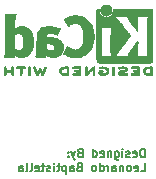
<source format=gbr>
%TF.GenerationSoftware,KiCad,Pcbnew,(5.1.6)-1*%
%TF.CreationDate,2021-03-15T13:43:59-03:00*%
%TF.ProjectId,rasp_hat,72617370-5f68-4617-942e-6b696361645f,Version 1*%
%TF.SameCoordinates,Original*%
%TF.FileFunction,Legend,Bot*%
%TF.FilePolarity,Positive*%
%FSLAX46Y46*%
G04 Gerber Fmt 4.6, Leading zero omitted, Abs format (unit mm)*
G04 Created by KiCad (PCBNEW (5.1.6)-1) date 2021-03-15 13:43:59*
%MOMM*%
%LPD*%
G01*
G04 APERTURE LIST*
%ADD10C,0.150000*%
%ADD11C,0.010000*%
G04 APERTURE END LIST*
D10*
X100421433Y-99233866D02*
X100421433Y-98533866D01*
X100254766Y-98533866D01*
X100154766Y-98567200D01*
X100088100Y-98633866D01*
X100054766Y-98700533D01*
X100021433Y-98833866D01*
X100021433Y-98933866D01*
X100054766Y-99067200D01*
X100088100Y-99133866D01*
X100154766Y-99200533D01*
X100254766Y-99233866D01*
X100421433Y-99233866D01*
X99454766Y-99200533D02*
X99521433Y-99233866D01*
X99654766Y-99233866D01*
X99721433Y-99200533D01*
X99754766Y-99133866D01*
X99754766Y-98867200D01*
X99721433Y-98800533D01*
X99654766Y-98767200D01*
X99521433Y-98767200D01*
X99454766Y-98800533D01*
X99421433Y-98867200D01*
X99421433Y-98933866D01*
X99754766Y-99000533D01*
X99154766Y-99200533D02*
X99088100Y-99233866D01*
X98954766Y-99233866D01*
X98888100Y-99200533D01*
X98854766Y-99133866D01*
X98854766Y-99100533D01*
X98888100Y-99033866D01*
X98954766Y-99000533D01*
X99054766Y-99000533D01*
X99121433Y-98967200D01*
X99154766Y-98900533D01*
X99154766Y-98867200D01*
X99121433Y-98800533D01*
X99054766Y-98767200D01*
X98954766Y-98767200D01*
X98888100Y-98800533D01*
X98554766Y-99233866D02*
X98554766Y-98767200D01*
X98554766Y-98533866D02*
X98588100Y-98567200D01*
X98554766Y-98600533D01*
X98521433Y-98567200D01*
X98554766Y-98533866D01*
X98554766Y-98600533D01*
X97921433Y-98767200D02*
X97921433Y-99333866D01*
X97954766Y-99400533D01*
X97988100Y-99433866D01*
X98054766Y-99467200D01*
X98154766Y-99467200D01*
X98221433Y-99433866D01*
X97921433Y-99200533D02*
X97988100Y-99233866D01*
X98121433Y-99233866D01*
X98188100Y-99200533D01*
X98221433Y-99167200D01*
X98254766Y-99100533D01*
X98254766Y-98900533D01*
X98221433Y-98833866D01*
X98188100Y-98800533D01*
X98121433Y-98767200D01*
X97988100Y-98767200D01*
X97921433Y-98800533D01*
X97588100Y-98767200D02*
X97588100Y-99233866D01*
X97588100Y-98833866D02*
X97554766Y-98800533D01*
X97488100Y-98767200D01*
X97388100Y-98767200D01*
X97321433Y-98800533D01*
X97288100Y-98867200D01*
X97288100Y-99233866D01*
X96688100Y-99200533D02*
X96754766Y-99233866D01*
X96888100Y-99233866D01*
X96954766Y-99200533D01*
X96988100Y-99133866D01*
X96988100Y-98867200D01*
X96954766Y-98800533D01*
X96888100Y-98767200D01*
X96754766Y-98767200D01*
X96688100Y-98800533D01*
X96654766Y-98867200D01*
X96654766Y-98933866D01*
X96988100Y-99000533D01*
X96054766Y-99233866D02*
X96054766Y-98533866D01*
X96054766Y-99200533D02*
X96121433Y-99233866D01*
X96254766Y-99233866D01*
X96321433Y-99200533D01*
X96354766Y-99167200D01*
X96388100Y-99100533D01*
X96388100Y-98900533D01*
X96354766Y-98833866D01*
X96321433Y-98800533D01*
X96254766Y-98767200D01*
X96121433Y-98767200D01*
X96054766Y-98800533D01*
X94954766Y-98867200D02*
X94854766Y-98900533D01*
X94821433Y-98933866D01*
X94788100Y-99000533D01*
X94788100Y-99100533D01*
X94821433Y-99167200D01*
X94854766Y-99200533D01*
X94921433Y-99233866D01*
X95188100Y-99233866D01*
X95188100Y-98533866D01*
X94954766Y-98533866D01*
X94888100Y-98567200D01*
X94854766Y-98600533D01*
X94821433Y-98667200D01*
X94821433Y-98733866D01*
X94854766Y-98800533D01*
X94888100Y-98833866D01*
X94954766Y-98867200D01*
X95188100Y-98867200D01*
X94554766Y-98767200D02*
X94388100Y-99233866D01*
X94221433Y-98767200D02*
X94388100Y-99233866D01*
X94454766Y-99400533D01*
X94488100Y-99433866D01*
X94554766Y-99467200D01*
X93954766Y-99167200D02*
X93921433Y-99200533D01*
X93954766Y-99233866D01*
X93988100Y-99200533D01*
X93954766Y-99167200D01*
X93954766Y-99233866D01*
X93954766Y-98800533D02*
X93921433Y-98833866D01*
X93954766Y-98867200D01*
X93988100Y-98833866D01*
X93954766Y-98800533D01*
X93954766Y-98867200D01*
X100088100Y-100433866D02*
X100421433Y-100433866D01*
X100421433Y-99733866D01*
X99588100Y-100400533D02*
X99654766Y-100433866D01*
X99788100Y-100433866D01*
X99854766Y-100400533D01*
X99888100Y-100333866D01*
X99888100Y-100067200D01*
X99854766Y-100000533D01*
X99788100Y-99967200D01*
X99654766Y-99967200D01*
X99588100Y-100000533D01*
X99554766Y-100067200D01*
X99554766Y-100133866D01*
X99888100Y-100200533D01*
X99154766Y-100433866D02*
X99221433Y-100400533D01*
X99254766Y-100367200D01*
X99288100Y-100300533D01*
X99288100Y-100100533D01*
X99254766Y-100033866D01*
X99221433Y-100000533D01*
X99154766Y-99967200D01*
X99054766Y-99967200D01*
X98988100Y-100000533D01*
X98954766Y-100033866D01*
X98921433Y-100100533D01*
X98921433Y-100300533D01*
X98954766Y-100367200D01*
X98988100Y-100400533D01*
X99054766Y-100433866D01*
X99154766Y-100433866D01*
X98621433Y-99967200D02*
X98621433Y-100433866D01*
X98621433Y-100033866D02*
X98588100Y-100000533D01*
X98521433Y-99967200D01*
X98421433Y-99967200D01*
X98354766Y-100000533D01*
X98321433Y-100067200D01*
X98321433Y-100433866D01*
X97688100Y-100433866D02*
X97688100Y-100067200D01*
X97721433Y-100000533D01*
X97788100Y-99967200D01*
X97921433Y-99967200D01*
X97988100Y-100000533D01*
X97688100Y-100400533D02*
X97754766Y-100433866D01*
X97921433Y-100433866D01*
X97988100Y-100400533D01*
X98021433Y-100333866D01*
X98021433Y-100267200D01*
X97988100Y-100200533D01*
X97921433Y-100167200D01*
X97754766Y-100167200D01*
X97688100Y-100133866D01*
X97354766Y-100433866D02*
X97354766Y-99967200D01*
X97354766Y-100100533D02*
X97321433Y-100033866D01*
X97288100Y-100000533D01*
X97221433Y-99967200D01*
X97154766Y-99967200D01*
X96621433Y-100433866D02*
X96621433Y-99733866D01*
X96621433Y-100400533D02*
X96688100Y-100433866D01*
X96821433Y-100433866D01*
X96888100Y-100400533D01*
X96921433Y-100367200D01*
X96954766Y-100300533D01*
X96954766Y-100100533D01*
X96921433Y-100033866D01*
X96888100Y-100000533D01*
X96821433Y-99967200D01*
X96688100Y-99967200D01*
X96621433Y-100000533D01*
X96188100Y-100433866D02*
X96254766Y-100400533D01*
X96288100Y-100367200D01*
X96321433Y-100300533D01*
X96321433Y-100100533D01*
X96288100Y-100033866D01*
X96254766Y-100000533D01*
X96188100Y-99967200D01*
X96088100Y-99967200D01*
X96021433Y-100000533D01*
X95988100Y-100033866D01*
X95954766Y-100100533D01*
X95954766Y-100300533D01*
X95988100Y-100367200D01*
X96021433Y-100400533D01*
X96088100Y-100433866D01*
X96188100Y-100433866D01*
X94888100Y-100067200D02*
X94788100Y-100100533D01*
X94754766Y-100133866D01*
X94721433Y-100200533D01*
X94721433Y-100300533D01*
X94754766Y-100367200D01*
X94788100Y-100400533D01*
X94854766Y-100433866D01*
X95121433Y-100433866D01*
X95121433Y-99733866D01*
X94888100Y-99733866D01*
X94821433Y-99767200D01*
X94788100Y-99800533D01*
X94754766Y-99867200D01*
X94754766Y-99933866D01*
X94788100Y-100000533D01*
X94821433Y-100033866D01*
X94888100Y-100067200D01*
X95121433Y-100067200D01*
X94121433Y-100433866D02*
X94121433Y-100067200D01*
X94154766Y-100000533D01*
X94221433Y-99967200D01*
X94354766Y-99967200D01*
X94421433Y-100000533D01*
X94121433Y-100400533D02*
X94188100Y-100433866D01*
X94354766Y-100433866D01*
X94421433Y-100400533D01*
X94454766Y-100333866D01*
X94454766Y-100267200D01*
X94421433Y-100200533D01*
X94354766Y-100167200D01*
X94188100Y-100167200D01*
X94121433Y-100133866D01*
X93788100Y-99967200D02*
X93788100Y-100667200D01*
X93788100Y-100000533D02*
X93721433Y-99967200D01*
X93588100Y-99967200D01*
X93521433Y-100000533D01*
X93488100Y-100033866D01*
X93454766Y-100100533D01*
X93454766Y-100300533D01*
X93488100Y-100367200D01*
X93521433Y-100400533D01*
X93588100Y-100433866D01*
X93721433Y-100433866D01*
X93788100Y-100400533D01*
X93254766Y-99967200D02*
X92988100Y-99967200D01*
X93154766Y-99733866D02*
X93154766Y-100333866D01*
X93121433Y-100400533D01*
X93054766Y-100433866D01*
X92988100Y-100433866D01*
X92754766Y-100433866D02*
X92754766Y-99967200D01*
X92754766Y-99733866D02*
X92788100Y-99767200D01*
X92754766Y-99800533D01*
X92721433Y-99767200D01*
X92754766Y-99733866D01*
X92754766Y-99800533D01*
X92454766Y-100400533D02*
X92388100Y-100433866D01*
X92254766Y-100433866D01*
X92188100Y-100400533D01*
X92154766Y-100333866D01*
X92154766Y-100300533D01*
X92188100Y-100233866D01*
X92254766Y-100200533D01*
X92354766Y-100200533D01*
X92421433Y-100167200D01*
X92454766Y-100100533D01*
X92454766Y-100067200D01*
X92421433Y-100000533D01*
X92354766Y-99967200D01*
X92254766Y-99967200D01*
X92188100Y-100000533D01*
X91954766Y-99967200D02*
X91688100Y-99967200D01*
X91854766Y-99733866D02*
X91854766Y-100333866D01*
X91821433Y-100400533D01*
X91754766Y-100433866D01*
X91688100Y-100433866D01*
X91188100Y-100400533D02*
X91254766Y-100433866D01*
X91388100Y-100433866D01*
X91454766Y-100400533D01*
X91488100Y-100333866D01*
X91488100Y-100067200D01*
X91454766Y-100000533D01*
X91388100Y-99967200D01*
X91254766Y-99967200D01*
X91188100Y-100000533D01*
X91154766Y-100067200D01*
X91154766Y-100133866D01*
X91488100Y-100200533D01*
X90754766Y-100433866D02*
X90821433Y-100400533D01*
X90854766Y-100333866D01*
X90854766Y-99733866D01*
X90388100Y-100433866D02*
X90454766Y-100400533D01*
X90488100Y-100333866D01*
X90488100Y-99733866D01*
X89821433Y-100433866D02*
X89821433Y-100067200D01*
X89854766Y-100000533D01*
X89921433Y-99967200D01*
X90054766Y-99967200D01*
X90121433Y-100000533D01*
X89821433Y-100400533D02*
X89888100Y-100433866D01*
X90054766Y-100433866D01*
X90121433Y-100400533D01*
X90154766Y-100333866D01*
X90154766Y-100267200D01*
X90121433Y-100200533D01*
X90054766Y-100167200D01*
X89888100Y-100167200D01*
X89821433Y-100133866D01*
D11*
%TO.C,REF\u002A\u002A*%
G36*
X88563977Y-91580933D02*
G01*
X88532598Y-91603176D01*
X88504889Y-91630885D01*
X88504889Y-91940320D01*
X88504962Y-92032199D01*
X88505305Y-92104240D01*
X88506108Y-92159180D01*
X88507559Y-92199760D01*
X88509848Y-92228717D01*
X88513164Y-92248791D01*
X88517695Y-92262721D01*
X88523631Y-92273245D01*
X88528286Y-92279500D01*
X88559017Y-92304073D01*
X88594304Y-92306741D01*
X88626555Y-92291671D01*
X88637212Y-92282774D01*
X88644336Y-92270957D01*
X88648633Y-92251926D01*
X88650809Y-92221392D01*
X88651572Y-92175062D01*
X88651645Y-92139271D01*
X88651645Y-92004445D01*
X89148356Y-92004445D01*
X89148356Y-92127100D01*
X89148869Y-92183187D01*
X89150924Y-92221733D01*
X89155292Y-92247761D01*
X89162744Y-92266297D01*
X89171753Y-92279500D01*
X89202656Y-92304004D01*
X89237604Y-92306906D01*
X89271062Y-92289489D01*
X89280196Y-92280359D01*
X89286648Y-92268255D01*
X89290903Y-92249401D01*
X89293448Y-92220020D01*
X89294771Y-92176337D01*
X89295357Y-92114575D01*
X89295425Y-92100400D01*
X89295909Y-91984031D01*
X89296159Y-91888127D01*
X89296077Y-91810577D01*
X89295569Y-91749269D01*
X89294538Y-91702090D01*
X89292887Y-91666930D01*
X89290521Y-91641676D01*
X89287343Y-91624217D01*
X89283256Y-91612441D01*
X89278166Y-91604235D01*
X89272534Y-91598045D01*
X89240672Y-91578244D01*
X89207443Y-91580933D01*
X89176065Y-91603176D01*
X89163367Y-91617526D01*
X89155274Y-91633378D01*
X89150758Y-91655954D01*
X89148794Y-91690478D01*
X89148356Y-91742176D01*
X89148356Y-91857689D01*
X88651645Y-91857689D01*
X88651645Y-91739156D01*
X88651138Y-91684548D01*
X88649102Y-91647675D01*
X88644765Y-91623707D01*
X88637353Y-91607815D01*
X88629067Y-91598045D01*
X88597206Y-91578244D01*
X88563977Y-91580933D01*
G37*
X88563977Y-91580933D02*
X88532598Y-91603176D01*
X88504889Y-91630885D01*
X88504889Y-91940320D01*
X88504962Y-92032199D01*
X88505305Y-92104240D01*
X88506108Y-92159180D01*
X88507559Y-92199760D01*
X88509848Y-92228717D01*
X88513164Y-92248791D01*
X88517695Y-92262721D01*
X88523631Y-92273245D01*
X88528286Y-92279500D01*
X88559017Y-92304073D01*
X88594304Y-92306741D01*
X88626555Y-92291671D01*
X88637212Y-92282774D01*
X88644336Y-92270957D01*
X88648633Y-92251926D01*
X88650809Y-92221392D01*
X88651572Y-92175062D01*
X88651645Y-92139271D01*
X88651645Y-92004445D01*
X89148356Y-92004445D01*
X89148356Y-92127100D01*
X89148869Y-92183187D01*
X89150924Y-92221733D01*
X89155292Y-92247761D01*
X89162744Y-92266297D01*
X89171753Y-92279500D01*
X89202656Y-92304004D01*
X89237604Y-92306906D01*
X89271062Y-92289489D01*
X89280196Y-92280359D01*
X89286648Y-92268255D01*
X89290903Y-92249401D01*
X89293448Y-92220020D01*
X89294771Y-92176337D01*
X89295357Y-92114575D01*
X89295425Y-92100400D01*
X89295909Y-91984031D01*
X89296159Y-91888127D01*
X89296077Y-91810577D01*
X89295569Y-91749269D01*
X89294538Y-91702090D01*
X89292887Y-91666930D01*
X89290521Y-91641676D01*
X89287343Y-91624217D01*
X89283256Y-91612441D01*
X89278166Y-91604235D01*
X89272534Y-91598045D01*
X89240672Y-91578244D01*
X89207443Y-91580933D01*
X89176065Y-91603176D01*
X89163367Y-91617526D01*
X89155274Y-91633378D01*
X89150758Y-91655954D01*
X89148794Y-91690478D01*
X89148356Y-91742176D01*
X89148356Y-91857689D01*
X88651645Y-91857689D01*
X88651645Y-91739156D01*
X88651138Y-91684548D01*
X88649102Y-91647675D01*
X88644765Y-91623707D01*
X88637353Y-91607815D01*
X88629067Y-91598045D01*
X88597206Y-91578244D01*
X88563977Y-91580933D01*
G36*
X89829735Y-91575563D02*
G01*
X89751028Y-91575942D01*
X89689937Y-91576733D01*
X89643983Y-91578070D01*
X89610686Y-91580083D01*
X89587564Y-91582906D01*
X89572138Y-91586669D01*
X89561929Y-91591505D01*
X89556987Y-91595222D01*
X89531343Y-91627758D01*
X89528241Y-91661538D01*
X89544089Y-91692226D01*
X89554452Y-91704489D01*
X89565604Y-91712850D01*
X89581765Y-91718057D01*
X89607158Y-91720857D01*
X89646002Y-91721996D01*
X89702520Y-91722221D01*
X89713620Y-91722222D01*
X89859556Y-91722222D01*
X89859556Y-91993156D01*
X89859652Y-92078554D01*
X89860089Y-92144264D01*
X89861088Y-92193174D01*
X89862872Y-92228173D01*
X89865663Y-92252149D01*
X89869683Y-92267993D01*
X89875155Y-92278591D01*
X89882134Y-92286667D01*
X89915066Y-92306512D01*
X89949446Y-92304948D01*
X89980624Y-92282306D01*
X89982914Y-92279500D01*
X89990371Y-92268892D01*
X89996053Y-92256481D01*
X90000199Y-92239250D01*
X90003050Y-92214184D01*
X90004846Y-92178267D01*
X90005828Y-92128483D01*
X90006236Y-92061817D01*
X90006311Y-91985989D01*
X90006311Y-91722222D01*
X90145673Y-91722222D01*
X90205478Y-91721818D01*
X90246882Y-91720240D01*
X90274052Y-91716947D01*
X90291154Y-91711392D01*
X90302357Y-91703031D01*
X90303717Y-91701578D01*
X90320075Y-91668339D01*
X90318628Y-91630762D01*
X90299822Y-91598045D01*
X90292550Y-91591698D01*
X90283173Y-91586666D01*
X90269191Y-91582796D01*
X90248104Y-91579937D01*
X90217411Y-91577935D01*
X90174611Y-91576639D01*
X90117205Y-91575898D01*
X90042690Y-91575558D01*
X89948567Y-91575468D01*
X89928540Y-91575467D01*
X89829735Y-91575563D01*
G37*
X89829735Y-91575563D02*
X89751028Y-91575942D01*
X89689937Y-91576733D01*
X89643983Y-91578070D01*
X89610686Y-91580083D01*
X89587564Y-91582906D01*
X89572138Y-91586669D01*
X89561929Y-91591505D01*
X89556987Y-91595222D01*
X89531343Y-91627758D01*
X89528241Y-91661538D01*
X89544089Y-91692226D01*
X89554452Y-91704489D01*
X89565604Y-91712850D01*
X89581765Y-91718057D01*
X89607158Y-91720857D01*
X89646002Y-91721996D01*
X89702520Y-91722221D01*
X89713620Y-91722222D01*
X89859556Y-91722222D01*
X89859556Y-91993156D01*
X89859652Y-92078554D01*
X89860089Y-92144264D01*
X89861088Y-92193174D01*
X89862872Y-92228173D01*
X89865663Y-92252149D01*
X89869683Y-92267993D01*
X89875155Y-92278591D01*
X89882134Y-92286667D01*
X89915066Y-92306512D01*
X89949446Y-92304948D01*
X89980624Y-92282306D01*
X89982914Y-92279500D01*
X89990371Y-92268892D01*
X89996053Y-92256481D01*
X90000199Y-92239250D01*
X90003050Y-92214184D01*
X90004846Y-92178267D01*
X90005828Y-92128483D01*
X90006236Y-92061817D01*
X90006311Y-91985989D01*
X90006311Y-91722222D01*
X90145673Y-91722222D01*
X90205478Y-91721818D01*
X90246882Y-91720240D01*
X90274052Y-91716947D01*
X90291154Y-91711392D01*
X90302357Y-91703031D01*
X90303717Y-91701578D01*
X90320075Y-91668339D01*
X90318628Y-91630762D01*
X90299822Y-91598045D01*
X90292550Y-91591698D01*
X90283173Y-91586666D01*
X90269191Y-91582796D01*
X90248104Y-91579937D01*
X90217411Y-91577935D01*
X90174611Y-91576639D01*
X90117205Y-91575898D01*
X90042690Y-91575558D01*
X89948567Y-91575468D01*
X89928540Y-91575467D01*
X89829735Y-91575563D01*
G36*
X90604186Y-91582277D02*
G01*
X90580473Y-91597047D01*
X90553822Y-91618627D01*
X90553822Y-91940173D01*
X90553907Y-92034230D01*
X90554271Y-92108332D01*
X90555076Y-92165104D01*
X90556487Y-92207168D01*
X90558667Y-92237148D01*
X90561779Y-92257667D01*
X90565986Y-92271349D01*
X90571452Y-92280816D01*
X90575328Y-92285482D01*
X90606766Y-92305975D01*
X90642567Y-92305139D01*
X90673927Y-92287664D01*
X90700578Y-92266084D01*
X90700578Y-91618627D01*
X90673927Y-91597047D01*
X90648206Y-91581349D01*
X90627200Y-91575467D01*
X90604186Y-91582277D01*
G37*
X90604186Y-91582277D02*
X90580473Y-91597047D01*
X90553822Y-91618627D01*
X90553822Y-91940173D01*
X90553907Y-92034230D01*
X90554271Y-92108332D01*
X90555076Y-92165104D01*
X90556487Y-92207168D01*
X90558667Y-92237148D01*
X90561779Y-92257667D01*
X90565986Y-92271349D01*
X90571452Y-92280816D01*
X90575328Y-92285482D01*
X90606766Y-92305975D01*
X90642567Y-92305139D01*
X90673927Y-92287664D01*
X90700578Y-92266084D01*
X90700578Y-91618627D01*
X90673927Y-91597047D01*
X90648206Y-91581349D01*
X90627200Y-91575467D01*
X90604186Y-91582277D01*
G36*
X91048135Y-91577434D02*
G01*
X91028545Y-91584435D01*
X91027790Y-91584777D01*
X91001187Y-91605078D01*
X90986530Y-91625961D01*
X90983662Y-91635752D01*
X90983804Y-91648761D01*
X90987839Y-91667295D01*
X90996654Y-91693657D01*
X91011131Y-91730152D01*
X91032155Y-91779087D01*
X91060612Y-91842765D01*
X91097385Y-91923493D01*
X91117625Y-91967616D01*
X91154175Y-92046385D01*
X91188485Y-92118823D01*
X91219248Y-92182280D01*
X91245152Y-92234108D01*
X91264890Y-92271659D01*
X91277150Y-92292284D01*
X91279576Y-92295133D01*
X91310617Y-92307702D01*
X91345679Y-92306019D01*
X91373800Y-92290732D01*
X91374946Y-92289489D01*
X91386132Y-92272554D01*
X91404896Y-92239570D01*
X91428925Y-92194780D01*
X91455903Y-92142432D01*
X91465599Y-92123142D01*
X91538786Y-91976550D01*
X91618560Y-92135793D01*
X91647033Y-92190815D01*
X91673450Y-92238532D01*
X91695652Y-92275293D01*
X91711481Y-92297444D01*
X91716846Y-92302141D01*
X91758543Y-92308502D01*
X91792951Y-92295133D01*
X91803072Y-92280846D01*
X91820586Y-92249092D01*
X91844065Y-92202997D01*
X91872080Y-92145685D01*
X91903201Y-92080280D01*
X91936001Y-92009907D01*
X91969050Y-91937691D01*
X92000919Y-91866755D01*
X92030181Y-91800225D01*
X92055405Y-91741226D01*
X92075164Y-91692881D01*
X92088028Y-91658315D01*
X92092569Y-91640653D01*
X92092523Y-91640013D01*
X92081474Y-91617788D01*
X92059390Y-91595153D01*
X92058090Y-91594168D01*
X92030947Y-91578825D01*
X92005842Y-91578974D01*
X91996432Y-91581866D01*
X91984966Y-91588118D01*
X91972790Y-91600414D01*
X91958443Y-91621308D01*
X91940464Y-91653349D01*
X91917393Y-91699088D01*
X91887770Y-91761077D01*
X91861055Y-91818298D01*
X91830320Y-91884626D01*
X91802779Y-91944274D01*
X91779862Y-91994125D01*
X91763002Y-92031064D01*
X91753627Y-92051973D01*
X91752260Y-92055245D01*
X91746111Y-92049897D01*
X91731978Y-92027509D01*
X91711743Y-91991346D01*
X91687285Y-91944677D01*
X91677552Y-91925422D01*
X91644583Y-91860404D01*
X91619157Y-91813054D01*
X91599188Y-91780619D01*
X91582590Y-91760346D01*
X91567276Y-91749482D01*
X91551160Y-91745275D01*
X91540657Y-91744800D01*
X91522130Y-91746442D01*
X91505896Y-91753231D01*
X91489765Y-91767966D01*
X91471549Y-91793444D01*
X91449061Y-91832461D01*
X91420111Y-91887814D01*
X91404138Y-91919303D01*
X91378230Y-91969487D01*
X91355633Y-92011104D01*
X91338342Y-92040642D01*
X91328350Y-92054589D01*
X91326991Y-92055170D01*
X91320539Y-92044193D01*
X91306092Y-92015690D01*
X91285097Y-91972644D01*
X91259003Y-91918038D01*
X91229254Y-91854854D01*
X91214620Y-91823471D01*
X91176550Y-91742478D01*
X91145895Y-91680156D01*
X91121063Y-91634471D01*
X91100463Y-91603389D01*
X91082502Y-91584878D01*
X91065590Y-91576904D01*
X91048135Y-91577434D01*
G37*
X91048135Y-91577434D02*
X91028545Y-91584435D01*
X91027790Y-91584777D01*
X91001187Y-91605078D01*
X90986530Y-91625961D01*
X90983662Y-91635752D01*
X90983804Y-91648761D01*
X90987839Y-91667295D01*
X90996654Y-91693657D01*
X91011131Y-91730152D01*
X91032155Y-91779087D01*
X91060612Y-91842765D01*
X91097385Y-91923493D01*
X91117625Y-91967616D01*
X91154175Y-92046385D01*
X91188485Y-92118823D01*
X91219248Y-92182280D01*
X91245152Y-92234108D01*
X91264890Y-92271659D01*
X91277150Y-92292284D01*
X91279576Y-92295133D01*
X91310617Y-92307702D01*
X91345679Y-92306019D01*
X91373800Y-92290732D01*
X91374946Y-92289489D01*
X91386132Y-92272554D01*
X91404896Y-92239570D01*
X91428925Y-92194780D01*
X91455903Y-92142432D01*
X91465599Y-92123142D01*
X91538786Y-91976550D01*
X91618560Y-92135793D01*
X91647033Y-92190815D01*
X91673450Y-92238532D01*
X91695652Y-92275293D01*
X91711481Y-92297444D01*
X91716846Y-92302141D01*
X91758543Y-92308502D01*
X91792951Y-92295133D01*
X91803072Y-92280846D01*
X91820586Y-92249092D01*
X91844065Y-92202997D01*
X91872080Y-92145685D01*
X91903201Y-92080280D01*
X91936001Y-92009907D01*
X91969050Y-91937691D01*
X92000919Y-91866755D01*
X92030181Y-91800225D01*
X92055405Y-91741226D01*
X92075164Y-91692881D01*
X92088028Y-91658315D01*
X92092569Y-91640653D01*
X92092523Y-91640013D01*
X92081474Y-91617788D01*
X92059390Y-91595153D01*
X92058090Y-91594168D01*
X92030947Y-91578825D01*
X92005842Y-91578974D01*
X91996432Y-91581866D01*
X91984966Y-91588118D01*
X91972790Y-91600414D01*
X91958443Y-91621308D01*
X91940464Y-91653349D01*
X91917393Y-91699088D01*
X91887770Y-91761077D01*
X91861055Y-91818298D01*
X91830320Y-91884626D01*
X91802779Y-91944274D01*
X91779862Y-91994125D01*
X91763002Y-92031064D01*
X91753627Y-92051973D01*
X91752260Y-92055245D01*
X91746111Y-92049897D01*
X91731978Y-92027509D01*
X91711743Y-91991346D01*
X91687285Y-91944677D01*
X91677552Y-91925422D01*
X91644583Y-91860404D01*
X91619157Y-91813054D01*
X91599188Y-91780619D01*
X91582590Y-91760346D01*
X91567276Y-91749482D01*
X91551160Y-91745275D01*
X91540657Y-91744800D01*
X91522130Y-91746442D01*
X91505896Y-91753231D01*
X91489765Y-91767966D01*
X91471549Y-91793444D01*
X91449061Y-91832461D01*
X91420111Y-91887814D01*
X91404138Y-91919303D01*
X91378230Y-91969487D01*
X91355633Y-92011104D01*
X91338342Y-92040642D01*
X91328350Y-92054589D01*
X91326991Y-92055170D01*
X91320539Y-92044193D01*
X91306092Y-92015690D01*
X91285097Y-91972644D01*
X91259003Y-91918038D01*
X91229254Y-91854854D01*
X91214620Y-91823471D01*
X91176550Y-91742478D01*
X91145895Y-91680156D01*
X91121063Y-91634471D01*
X91100463Y-91603389D01*
X91082502Y-91584878D01*
X91065590Y-91576904D01*
X91048135Y-91577434D01*
G36*
X93774491Y-91575675D02*
G01*
X93645512Y-91580036D01*
X93535809Y-91593261D01*
X93443574Y-91616141D01*
X93366998Y-91649470D01*
X93304273Y-91694038D01*
X93253588Y-91750636D01*
X93213137Y-91820058D01*
X93212341Y-91821751D01*
X93188199Y-91883883D01*
X93179597Y-91938909D01*
X93186569Y-91994287D01*
X93209146Y-92057473D01*
X93213428Y-92067089D01*
X93242628Y-92123366D01*
X93275444Y-92166851D01*
X93317798Y-92203817D01*
X93375610Y-92240535D01*
X93378969Y-92242452D01*
X93429296Y-92266627D01*
X93486179Y-92284682D01*
X93553273Y-92297239D01*
X93634235Y-92304922D01*
X93732718Y-92308353D01*
X93767514Y-92308651D01*
X93933206Y-92309245D01*
X93956603Y-92279500D01*
X93963543Y-92269719D01*
X93968958Y-92258297D01*
X93973035Y-92242495D01*
X93975963Y-92219575D01*
X93977933Y-92186796D01*
X93978575Y-92162489D01*
X93821956Y-92162489D01*
X93728074Y-92162489D01*
X93673136Y-92160883D01*
X93616740Y-92156655D01*
X93570455Y-92150692D01*
X93567661Y-92150190D01*
X93485452Y-92128136D01*
X93421686Y-92095000D01*
X93374348Y-92049247D01*
X93341418Y-91989339D01*
X93335692Y-91973461D01*
X93330079Y-91948733D01*
X93332509Y-91924302D01*
X93344333Y-91891800D01*
X93351460Y-91875834D01*
X93374800Y-91833406D01*
X93402920Y-91803640D01*
X93433860Y-91782911D01*
X93495834Y-91755937D01*
X93575149Y-91736398D01*
X93667547Y-91725146D01*
X93734467Y-91722670D01*
X93821956Y-91722222D01*
X93821956Y-92162489D01*
X93978575Y-92162489D01*
X93979132Y-92141421D01*
X93979750Y-92080711D01*
X93979975Y-92001926D01*
X93980000Y-91940320D01*
X93980000Y-91630885D01*
X93952291Y-91603176D01*
X93939994Y-91591944D01*
X93926697Y-91584253D01*
X93908128Y-91579440D01*
X93880014Y-91576846D01*
X93838083Y-91575810D01*
X93778063Y-91575670D01*
X93774491Y-91575675D01*
G37*
X93774491Y-91575675D02*
X93645512Y-91580036D01*
X93535809Y-91593261D01*
X93443574Y-91616141D01*
X93366998Y-91649470D01*
X93304273Y-91694038D01*
X93253588Y-91750636D01*
X93213137Y-91820058D01*
X93212341Y-91821751D01*
X93188199Y-91883883D01*
X93179597Y-91938909D01*
X93186569Y-91994287D01*
X93209146Y-92057473D01*
X93213428Y-92067089D01*
X93242628Y-92123366D01*
X93275444Y-92166851D01*
X93317798Y-92203817D01*
X93375610Y-92240535D01*
X93378969Y-92242452D01*
X93429296Y-92266627D01*
X93486179Y-92284682D01*
X93553273Y-92297239D01*
X93634235Y-92304922D01*
X93732718Y-92308353D01*
X93767514Y-92308651D01*
X93933206Y-92309245D01*
X93956603Y-92279500D01*
X93963543Y-92269719D01*
X93968958Y-92258297D01*
X93973035Y-92242495D01*
X93975963Y-92219575D01*
X93977933Y-92186796D01*
X93978575Y-92162489D01*
X93821956Y-92162489D01*
X93728074Y-92162489D01*
X93673136Y-92160883D01*
X93616740Y-92156655D01*
X93570455Y-92150692D01*
X93567661Y-92150190D01*
X93485452Y-92128136D01*
X93421686Y-92095000D01*
X93374348Y-92049247D01*
X93341418Y-91989339D01*
X93335692Y-91973461D01*
X93330079Y-91948733D01*
X93332509Y-91924302D01*
X93344333Y-91891800D01*
X93351460Y-91875834D01*
X93374800Y-91833406D01*
X93402920Y-91803640D01*
X93433860Y-91782911D01*
X93495834Y-91755937D01*
X93575149Y-91736398D01*
X93667547Y-91725146D01*
X93734467Y-91722670D01*
X93821956Y-91722222D01*
X93821956Y-92162489D01*
X93978575Y-92162489D01*
X93979132Y-92141421D01*
X93979750Y-92080711D01*
X93979975Y-92001926D01*
X93980000Y-91940320D01*
X93980000Y-91630885D01*
X93952291Y-91603176D01*
X93939994Y-91591944D01*
X93926697Y-91584253D01*
X93908128Y-91579440D01*
X93880014Y-91576846D01*
X93838083Y-91575810D01*
X93778063Y-91575670D01*
X93774491Y-91575675D01*
G36*
X94562457Y-91575660D02*
G01*
X94486099Y-91576574D01*
X94427583Y-91578711D01*
X94384545Y-91582575D01*
X94354617Y-91588667D01*
X94335432Y-91597490D01*
X94324624Y-91609546D01*
X94319827Y-91625339D01*
X94318673Y-91645370D01*
X94318667Y-91647735D01*
X94319669Y-91670392D01*
X94324404Y-91687903D01*
X94335467Y-91700974D01*
X94355452Y-91710313D01*
X94386954Y-91716627D01*
X94432568Y-91720622D01*
X94494887Y-91723006D01*
X94576507Y-91724486D01*
X94601523Y-91724814D01*
X94843600Y-91727867D01*
X94846986Y-91792778D01*
X94850371Y-91857689D01*
X94682224Y-91857689D01*
X94616534Y-91857931D01*
X94569628Y-91858956D01*
X94537717Y-91861211D01*
X94517009Y-91865142D01*
X94503716Y-91871198D01*
X94494045Y-91879824D01*
X94493983Y-91879893D01*
X94476444Y-91913512D01*
X94477078Y-91949848D01*
X94495486Y-91980823D01*
X94499129Y-91984007D01*
X94512059Y-91992212D01*
X94529776Y-91997921D01*
X94556230Y-92001562D01*
X94595368Y-92003567D01*
X94651138Y-92004364D01*
X94686806Y-92004445D01*
X94849245Y-92004445D01*
X94849245Y-92162489D01*
X94602639Y-92162489D01*
X94521220Y-92162631D01*
X94459390Y-92163214D01*
X94414163Y-92164468D01*
X94382552Y-92166627D01*
X94361569Y-92169923D01*
X94348227Y-92174589D01*
X94339539Y-92180857D01*
X94337350Y-92183133D01*
X94321186Y-92214680D01*
X94320003Y-92250568D01*
X94333264Y-92281685D01*
X94343757Y-92291671D01*
X94354671Y-92297169D01*
X94371583Y-92301422D01*
X94397167Y-92304580D01*
X94434099Y-92306792D01*
X94485054Y-92308206D01*
X94552706Y-92308972D01*
X94639731Y-92309238D01*
X94659406Y-92309245D01*
X94747889Y-92309187D01*
X94816573Y-92308867D01*
X94868236Y-92308067D01*
X94905655Y-92306567D01*
X94931610Y-92304149D01*
X94948878Y-92300594D01*
X94960238Y-92295682D01*
X94968468Y-92289195D01*
X94972983Y-92284538D01*
X94979779Y-92276289D01*
X94985088Y-92266069D01*
X94989094Y-92251200D01*
X94991979Y-92229002D01*
X94993926Y-92196793D01*
X94995119Y-92151896D01*
X94995739Y-92091628D01*
X94995971Y-92013311D01*
X94996000Y-91947394D01*
X94995929Y-91855028D01*
X94995592Y-91782517D01*
X94994802Y-91727137D01*
X94993374Y-91686165D01*
X94991121Y-91656878D01*
X94987857Y-91636553D01*
X94983396Y-91622466D01*
X94977552Y-91611895D01*
X94972603Y-91605211D01*
X94949206Y-91575467D01*
X94659026Y-91575467D01*
X94562457Y-91575660D01*
G37*
X94562457Y-91575660D02*
X94486099Y-91576574D01*
X94427583Y-91578711D01*
X94384545Y-91582575D01*
X94354617Y-91588667D01*
X94335432Y-91597490D01*
X94324624Y-91609546D01*
X94319827Y-91625339D01*
X94318673Y-91645370D01*
X94318667Y-91647735D01*
X94319669Y-91670392D01*
X94324404Y-91687903D01*
X94335467Y-91700974D01*
X94355452Y-91710313D01*
X94386954Y-91716627D01*
X94432568Y-91720622D01*
X94494887Y-91723006D01*
X94576507Y-91724486D01*
X94601523Y-91724814D01*
X94843600Y-91727867D01*
X94846986Y-91792778D01*
X94850371Y-91857689D01*
X94682224Y-91857689D01*
X94616534Y-91857931D01*
X94569628Y-91858956D01*
X94537717Y-91861211D01*
X94517009Y-91865142D01*
X94503716Y-91871198D01*
X94494045Y-91879824D01*
X94493983Y-91879893D01*
X94476444Y-91913512D01*
X94477078Y-91949848D01*
X94495486Y-91980823D01*
X94499129Y-91984007D01*
X94512059Y-91992212D01*
X94529776Y-91997921D01*
X94556230Y-92001562D01*
X94595368Y-92003567D01*
X94651138Y-92004364D01*
X94686806Y-92004445D01*
X94849245Y-92004445D01*
X94849245Y-92162489D01*
X94602639Y-92162489D01*
X94521220Y-92162631D01*
X94459390Y-92163214D01*
X94414163Y-92164468D01*
X94382552Y-92166627D01*
X94361569Y-92169923D01*
X94348227Y-92174589D01*
X94339539Y-92180857D01*
X94337350Y-92183133D01*
X94321186Y-92214680D01*
X94320003Y-92250568D01*
X94333264Y-92281685D01*
X94343757Y-92291671D01*
X94354671Y-92297169D01*
X94371583Y-92301422D01*
X94397167Y-92304580D01*
X94434099Y-92306792D01*
X94485054Y-92308206D01*
X94552706Y-92308972D01*
X94639731Y-92309238D01*
X94659406Y-92309245D01*
X94747889Y-92309187D01*
X94816573Y-92308867D01*
X94868236Y-92308067D01*
X94905655Y-92306567D01*
X94931610Y-92304149D01*
X94948878Y-92300594D01*
X94960238Y-92295682D01*
X94968468Y-92289195D01*
X94972983Y-92284538D01*
X94979779Y-92276289D01*
X94985088Y-92266069D01*
X94989094Y-92251200D01*
X94991979Y-92229002D01*
X94993926Y-92196793D01*
X94995119Y-92151896D01*
X94995739Y-92091628D01*
X94995971Y-92013311D01*
X94996000Y-91947394D01*
X94995929Y-91855028D01*
X94995592Y-91782517D01*
X94994802Y-91727137D01*
X94993374Y-91686165D01*
X94991121Y-91656878D01*
X94987857Y-91636553D01*
X94983396Y-91622466D01*
X94977552Y-91611895D01*
X94972603Y-91605211D01*
X94949206Y-91575467D01*
X94659026Y-91575467D01*
X94562457Y-91575660D01*
G36*
X96092914Y-91579848D02*
G01*
X96069348Y-91593673D01*
X96038535Y-91616281D01*
X95998878Y-91648738D01*
X95948780Y-91692108D01*
X95886643Y-91747458D01*
X95810872Y-91815851D01*
X95724134Y-91894484D01*
X95543511Y-92058278D01*
X95537867Y-91838429D01*
X95535829Y-91762751D01*
X95533863Y-91706394D01*
X95531534Y-91666106D01*
X95528406Y-91638635D01*
X95524045Y-91620729D01*
X95518016Y-91609137D01*
X95509884Y-91600608D01*
X95505572Y-91597023D01*
X95471041Y-91578070D01*
X95438183Y-91580841D01*
X95412118Y-91597033D01*
X95385467Y-91618599D01*
X95382152Y-91933551D01*
X95381235Y-92026179D01*
X95380768Y-92098944D01*
X95380913Y-92154561D01*
X95381832Y-92195742D01*
X95383687Y-92225203D01*
X95386639Y-92245655D01*
X95390850Y-92259813D01*
X95396482Y-92270391D01*
X95402727Y-92278874D01*
X95416239Y-92294607D01*
X95429683Y-92305036D01*
X95444924Y-92309039D01*
X95463826Y-92305494D01*
X95488255Y-92293279D01*
X95520073Y-92271271D01*
X95561148Y-92238349D01*
X95613342Y-92193391D01*
X95678522Y-92135275D01*
X95752356Y-92068499D01*
X96017645Y-91827858D01*
X96023289Y-92046989D01*
X96025331Y-92122528D01*
X96027302Y-92178754D01*
X96029639Y-92218924D01*
X96032781Y-92246296D01*
X96037164Y-92264128D01*
X96043224Y-92275679D01*
X96051400Y-92284207D01*
X96055584Y-92287682D01*
X96092565Y-92306772D01*
X96127508Y-92303893D01*
X96157936Y-92279500D01*
X96164897Y-92269686D01*
X96170323Y-92258226D01*
X96174403Y-92242368D01*
X96177329Y-92219363D01*
X96179292Y-92186462D01*
X96180483Y-92140916D01*
X96181092Y-92079973D01*
X96181311Y-92000886D01*
X96181334Y-91942356D01*
X96181260Y-91850807D01*
X96180913Y-91779087D01*
X96180101Y-91724445D01*
X96178633Y-91684132D01*
X96176319Y-91655398D01*
X96172967Y-91635493D01*
X96168388Y-91621668D01*
X96162389Y-91611172D01*
X96157936Y-91605211D01*
X96146650Y-91591091D01*
X96136101Y-91580429D01*
X96124693Y-91574292D01*
X96110830Y-91573743D01*
X96092914Y-91579848D01*
G37*
X96092914Y-91579848D02*
X96069348Y-91593673D01*
X96038535Y-91616281D01*
X95998878Y-91648738D01*
X95948780Y-91692108D01*
X95886643Y-91747458D01*
X95810872Y-91815851D01*
X95724134Y-91894484D01*
X95543511Y-92058278D01*
X95537867Y-91838429D01*
X95535829Y-91762751D01*
X95533863Y-91706394D01*
X95531534Y-91666106D01*
X95528406Y-91638635D01*
X95524045Y-91620729D01*
X95518016Y-91609137D01*
X95509884Y-91600608D01*
X95505572Y-91597023D01*
X95471041Y-91578070D01*
X95438183Y-91580841D01*
X95412118Y-91597033D01*
X95385467Y-91618599D01*
X95382152Y-91933551D01*
X95381235Y-92026179D01*
X95380768Y-92098944D01*
X95380913Y-92154561D01*
X95381832Y-92195742D01*
X95383687Y-92225203D01*
X95386639Y-92245655D01*
X95390850Y-92259813D01*
X95396482Y-92270391D01*
X95402727Y-92278874D01*
X95416239Y-92294607D01*
X95429683Y-92305036D01*
X95444924Y-92309039D01*
X95463826Y-92305494D01*
X95488255Y-92293279D01*
X95520073Y-92271271D01*
X95561148Y-92238349D01*
X95613342Y-92193391D01*
X95678522Y-92135275D01*
X95752356Y-92068499D01*
X96017645Y-91827858D01*
X96023289Y-92046989D01*
X96025331Y-92122528D01*
X96027302Y-92178754D01*
X96029639Y-92218924D01*
X96032781Y-92246296D01*
X96037164Y-92264128D01*
X96043224Y-92275679D01*
X96051400Y-92284207D01*
X96055584Y-92287682D01*
X96092565Y-92306772D01*
X96127508Y-92303893D01*
X96157936Y-92279500D01*
X96164897Y-92269686D01*
X96170323Y-92258226D01*
X96174403Y-92242368D01*
X96177329Y-92219363D01*
X96179292Y-92186462D01*
X96180483Y-92140916D01*
X96181092Y-92079973D01*
X96181311Y-92000886D01*
X96181334Y-91942356D01*
X96181260Y-91850807D01*
X96180913Y-91779087D01*
X96180101Y-91724445D01*
X96178633Y-91684132D01*
X96176319Y-91655398D01*
X96172967Y-91635493D01*
X96168388Y-91621668D01*
X96162389Y-91611172D01*
X96157936Y-91605211D01*
X96146650Y-91591091D01*
X96136101Y-91580429D01*
X96124693Y-91574292D01*
X96110830Y-91573743D01*
X96092914Y-91579848D01*
G36*
X96742881Y-91580999D02*
G01*
X96674365Y-91592495D01*
X96621743Y-91610367D01*
X96587508Y-91633899D01*
X96578179Y-91647324D01*
X96568693Y-91678548D01*
X96575077Y-91706795D01*
X96595230Y-91733582D01*
X96626545Y-91746113D01*
X96671983Y-91745096D01*
X96707126Y-91738306D01*
X96785219Y-91725371D01*
X96865026Y-91724142D01*
X96954355Y-91734641D01*
X96979029Y-91739090D01*
X97062091Y-91762508D01*
X97127073Y-91797345D01*
X97173261Y-91843004D01*
X97199945Y-91898894D01*
X97205463Y-91927788D01*
X97201851Y-91986412D01*
X97178529Y-92038279D01*
X97137624Y-92082378D01*
X97081259Y-92117699D01*
X97011560Y-92143229D01*
X96930652Y-92157959D01*
X96840660Y-92160878D01*
X96743710Y-92150975D01*
X96738236Y-92150041D01*
X96699675Y-92142859D01*
X96678294Y-92135921D01*
X96669027Y-92125627D01*
X96666806Y-92108376D01*
X96666756Y-92099241D01*
X96666756Y-92060889D01*
X96735231Y-92060889D01*
X96795700Y-92056747D01*
X96836965Y-92043547D01*
X96860975Y-92020130D01*
X96869677Y-91985336D01*
X96869783Y-91980794D01*
X96864692Y-91951054D01*
X96847233Y-91929819D01*
X96814739Y-91915766D01*
X96764543Y-91907573D01*
X96715923Y-91904561D01*
X96645256Y-91902833D01*
X96593998Y-91905470D01*
X96559039Y-91915200D01*
X96537270Y-91934753D01*
X96525580Y-91966856D01*
X96520860Y-92014238D01*
X96520000Y-92076471D01*
X96521409Y-92145935D01*
X96525648Y-92193186D01*
X96532736Y-92218412D01*
X96534111Y-92220388D01*
X96573028Y-92251908D01*
X96630086Y-92276870D01*
X96701669Y-92294740D01*
X96784158Y-92304986D01*
X96873939Y-92307073D01*
X96967392Y-92300468D01*
X97022356Y-92292356D01*
X97108566Y-92267954D01*
X97188692Y-92228062D01*
X97255777Y-92176287D01*
X97265973Y-92165939D01*
X97299102Y-92122435D01*
X97328994Y-92068518D01*
X97352157Y-92011992D01*
X97365098Y-91960659D01*
X97366658Y-91940944D01*
X97360018Y-91899819D01*
X97342368Y-91848652D01*
X97317097Y-91794794D01*
X97287589Y-91745595D01*
X97261519Y-91712734D01*
X97200565Y-91663852D01*
X97121769Y-91624945D01*
X97027957Y-91596894D01*
X96921950Y-91580579D01*
X96824800Y-91576592D01*
X96742881Y-91580999D01*
G37*
X96742881Y-91580999D02*
X96674365Y-91592495D01*
X96621743Y-91610367D01*
X96587508Y-91633899D01*
X96578179Y-91647324D01*
X96568693Y-91678548D01*
X96575077Y-91706795D01*
X96595230Y-91733582D01*
X96626545Y-91746113D01*
X96671983Y-91745096D01*
X96707126Y-91738306D01*
X96785219Y-91725371D01*
X96865026Y-91724142D01*
X96954355Y-91734641D01*
X96979029Y-91739090D01*
X97062091Y-91762508D01*
X97127073Y-91797345D01*
X97173261Y-91843004D01*
X97199945Y-91898894D01*
X97205463Y-91927788D01*
X97201851Y-91986412D01*
X97178529Y-92038279D01*
X97137624Y-92082378D01*
X97081259Y-92117699D01*
X97011560Y-92143229D01*
X96930652Y-92157959D01*
X96840660Y-92160878D01*
X96743710Y-92150975D01*
X96738236Y-92150041D01*
X96699675Y-92142859D01*
X96678294Y-92135921D01*
X96669027Y-92125627D01*
X96666806Y-92108376D01*
X96666756Y-92099241D01*
X96666756Y-92060889D01*
X96735231Y-92060889D01*
X96795700Y-92056747D01*
X96836965Y-92043547D01*
X96860975Y-92020130D01*
X96869677Y-91985336D01*
X96869783Y-91980794D01*
X96864692Y-91951054D01*
X96847233Y-91929819D01*
X96814739Y-91915766D01*
X96764543Y-91907573D01*
X96715923Y-91904561D01*
X96645256Y-91902833D01*
X96593998Y-91905470D01*
X96559039Y-91915200D01*
X96537270Y-91934753D01*
X96525580Y-91966856D01*
X96520860Y-92014238D01*
X96520000Y-92076471D01*
X96521409Y-92145935D01*
X96525648Y-92193186D01*
X96532736Y-92218412D01*
X96534111Y-92220388D01*
X96573028Y-92251908D01*
X96630086Y-92276870D01*
X96701669Y-92294740D01*
X96784158Y-92304986D01*
X96873939Y-92307073D01*
X96967392Y-92300468D01*
X97022356Y-92292356D01*
X97108566Y-92267954D01*
X97188692Y-92228062D01*
X97255777Y-92176287D01*
X97265973Y-92165939D01*
X97299102Y-92122435D01*
X97328994Y-92068518D01*
X97352157Y-92011992D01*
X97365098Y-91960659D01*
X97366658Y-91940944D01*
X97360018Y-91899819D01*
X97342368Y-91848652D01*
X97317097Y-91794794D01*
X97287589Y-91745595D01*
X97261519Y-91712734D01*
X97200565Y-91663852D01*
X97121769Y-91624945D01*
X97027957Y-91596894D01*
X96921950Y-91580579D01*
X96824800Y-91576592D01*
X96742881Y-91580999D01*
G36*
X97716622Y-91598045D02*
G01*
X97710042Y-91605618D01*
X97704879Y-91615387D01*
X97700964Y-91629971D01*
X97698124Y-91651985D01*
X97696187Y-91684048D01*
X97694983Y-91728775D01*
X97694339Y-91788785D01*
X97694084Y-91866694D01*
X97694045Y-91942356D01*
X97694114Y-92036202D01*
X97694438Y-92110089D01*
X97695186Y-92166632D01*
X97696532Y-92208449D01*
X97698646Y-92238157D01*
X97701700Y-92258373D01*
X97705866Y-92271714D01*
X97711316Y-92280798D01*
X97716622Y-92286667D01*
X97749626Y-92306347D01*
X97784791Y-92304581D01*
X97816255Y-92283117D01*
X97823484Y-92274737D01*
X97829134Y-92265014D01*
X97833399Y-92251261D01*
X97836473Y-92230789D01*
X97838552Y-92200912D01*
X97839830Y-92158941D01*
X97840501Y-92102189D01*
X97840759Y-92027967D01*
X97840800Y-91943937D01*
X97840800Y-91630885D01*
X97813091Y-91603176D01*
X97778937Y-91579863D01*
X97745806Y-91579023D01*
X97716622Y-91598045D01*
G37*
X97716622Y-91598045D02*
X97710042Y-91605618D01*
X97704879Y-91615387D01*
X97700964Y-91629971D01*
X97698124Y-91651985D01*
X97696187Y-91684048D01*
X97694983Y-91728775D01*
X97694339Y-91788785D01*
X97694084Y-91866694D01*
X97694045Y-91942356D01*
X97694114Y-92036202D01*
X97694438Y-92110089D01*
X97695186Y-92166632D01*
X97696532Y-92208449D01*
X97698646Y-92238157D01*
X97701700Y-92258373D01*
X97705866Y-92271714D01*
X97711316Y-92280798D01*
X97716622Y-92286667D01*
X97749626Y-92306347D01*
X97784791Y-92304581D01*
X97816255Y-92283117D01*
X97823484Y-92274737D01*
X97829134Y-92265014D01*
X97833399Y-92251261D01*
X97836473Y-92230789D01*
X97838552Y-92200912D01*
X97839830Y-92158941D01*
X97840501Y-92102189D01*
X97840759Y-92027967D01*
X97840800Y-91943937D01*
X97840800Y-91630885D01*
X97813091Y-91603176D01*
X97778937Y-91579863D01*
X97745806Y-91579023D01*
X97716622Y-91598045D01*
G36*
X98484503Y-91576751D02*
G01*
X98409688Y-91581981D01*
X98340106Y-91590150D01*
X98279802Y-91600950D01*
X98232820Y-91614073D01*
X98203206Y-91629213D01*
X98198660Y-91633669D01*
X98182854Y-91668250D01*
X98187647Y-91703751D01*
X98212164Y-91734125D01*
X98213334Y-91734996D01*
X98227754Y-91744354D01*
X98242808Y-91749276D01*
X98263805Y-91749873D01*
X98296057Y-91746261D01*
X98344873Y-91738554D01*
X98348800Y-91737905D01*
X98421539Y-91728969D01*
X98500017Y-91724561D01*
X98578727Y-91724519D01*
X98652161Y-91728679D01*
X98714811Y-91736879D01*
X98761170Y-91748957D01*
X98764216Y-91750171D01*
X98797848Y-91769015D01*
X98809664Y-91788085D01*
X98800414Y-91806839D01*
X98770847Y-91824737D01*
X98721711Y-91841237D01*
X98653757Y-91855796D01*
X98608445Y-91862806D01*
X98514256Y-91876289D01*
X98439344Y-91888614D01*
X98380517Y-91900849D01*
X98334585Y-91914061D01*
X98298355Y-91929317D01*
X98268638Y-91947685D01*
X98242242Y-91970231D01*
X98221030Y-91992371D01*
X98195865Y-92023219D01*
X98183481Y-92049745D01*
X98179608Y-92082426D01*
X98179467Y-92094395D01*
X98182376Y-92134112D01*
X98194002Y-92163659D01*
X98214123Y-92189886D01*
X98255016Y-92229976D01*
X98300617Y-92260549D01*
X98354313Y-92282603D01*
X98419492Y-92297135D01*
X98499544Y-92305141D01*
X98597857Y-92307618D01*
X98614089Y-92307577D01*
X98679649Y-92306218D01*
X98744666Y-92303130D01*
X98802052Y-92298756D01*
X98844722Y-92293540D01*
X98848172Y-92292941D01*
X98890596Y-92282891D01*
X98926580Y-92270196D01*
X98946950Y-92258590D01*
X98965907Y-92227972D01*
X98967227Y-92192318D01*
X98950885Y-92160544D01*
X98947229Y-92156951D01*
X98932115Y-92146276D01*
X98913215Y-92141676D01*
X98883962Y-92142459D01*
X98848451Y-92146527D01*
X98808770Y-92150162D01*
X98753145Y-92153228D01*
X98688206Y-92155453D01*
X98620585Y-92156564D01*
X98602800Y-92156637D01*
X98534928Y-92156364D01*
X98485254Y-92155046D01*
X98449410Y-92152227D01*
X98423024Y-92147450D01*
X98401726Y-92140257D01*
X98388926Y-92134267D01*
X98360800Y-92117633D01*
X98342868Y-92102568D01*
X98340247Y-92098297D01*
X98345776Y-92080663D01*
X98372060Y-92063592D01*
X98417278Y-92047858D01*
X98479608Y-92034238D01*
X98497971Y-92031204D01*
X98593890Y-92016138D01*
X98670441Y-92003546D01*
X98730580Y-91992511D01*
X98777260Y-91982120D01*
X98813437Y-91971456D01*
X98842065Y-91959605D01*
X98866098Y-91945651D01*
X98888492Y-91928681D01*
X98912202Y-91907778D01*
X98920180Y-91900449D01*
X98948153Y-91873099D01*
X98962960Y-91851429D01*
X98968752Y-91826632D01*
X98969689Y-91795383D01*
X98959375Y-91734105D01*
X98928552Y-91682040D01*
X98877395Y-91639358D01*
X98806083Y-91606225D01*
X98755200Y-91591364D01*
X98699900Y-91581766D01*
X98633653Y-91576336D01*
X98560506Y-91574767D01*
X98484503Y-91576751D01*
G37*
X98484503Y-91576751D02*
X98409688Y-91581981D01*
X98340106Y-91590150D01*
X98279802Y-91600950D01*
X98232820Y-91614073D01*
X98203206Y-91629213D01*
X98198660Y-91633669D01*
X98182854Y-91668250D01*
X98187647Y-91703751D01*
X98212164Y-91734125D01*
X98213334Y-91734996D01*
X98227754Y-91744354D01*
X98242808Y-91749276D01*
X98263805Y-91749873D01*
X98296057Y-91746261D01*
X98344873Y-91738554D01*
X98348800Y-91737905D01*
X98421539Y-91728969D01*
X98500017Y-91724561D01*
X98578727Y-91724519D01*
X98652161Y-91728679D01*
X98714811Y-91736879D01*
X98761170Y-91748957D01*
X98764216Y-91750171D01*
X98797848Y-91769015D01*
X98809664Y-91788085D01*
X98800414Y-91806839D01*
X98770847Y-91824737D01*
X98721711Y-91841237D01*
X98653757Y-91855796D01*
X98608445Y-91862806D01*
X98514256Y-91876289D01*
X98439344Y-91888614D01*
X98380517Y-91900849D01*
X98334585Y-91914061D01*
X98298355Y-91929317D01*
X98268638Y-91947685D01*
X98242242Y-91970231D01*
X98221030Y-91992371D01*
X98195865Y-92023219D01*
X98183481Y-92049745D01*
X98179608Y-92082426D01*
X98179467Y-92094395D01*
X98182376Y-92134112D01*
X98194002Y-92163659D01*
X98214123Y-92189886D01*
X98255016Y-92229976D01*
X98300617Y-92260549D01*
X98354313Y-92282603D01*
X98419492Y-92297135D01*
X98499544Y-92305141D01*
X98597857Y-92307618D01*
X98614089Y-92307577D01*
X98679649Y-92306218D01*
X98744666Y-92303130D01*
X98802052Y-92298756D01*
X98844722Y-92293540D01*
X98848172Y-92292941D01*
X98890596Y-92282891D01*
X98926580Y-92270196D01*
X98946950Y-92258590D01*
X98965907Y-92227972D01*
X98967227Y-92192318D01*
X98950885Y-92160544D01*
X98947229Y-92156951D01*
X98932115Y-92146276D01*
X98913215Y-92141676D01*
X98883962Y-92142459D01*
X98848451Y-92146527D01*
X98808770Y-92150162D01*
X98753145Y-92153228D01*
X98688206Y-92155453D01*
X98620585Y-92156564D01*
X98602800Y-92156637D01*
X98534928Y-92156364D01*
X98485254Y-92155046D01*
X98449410Y-92152227D01*
X98423024Y-92147450D01*
X98401726Y-92140257D01*
X98388926Y-92134267D01*
X98360800Y-92117633D01*
X98342868Y-92102568D01*
X98340247Y-92098297D01*
X98345776Y-92080663D01*
X98372060Y-92063592D01*
X98417278Y-92047858D01*
X98479608Y-92034238D01*
X98497971Y-92031204D01*
X98593890Y-92016138D01*
X98670441Y-92003546D01*
X98730580Y-91992511D01*
X98777260Y-91982120D01*
X98813437Y-91971456D01*
X98842065Y-91959605D01*
X98866098Y-91945651D01*
X98888492Y-91928681D01*
X98912202Y-91907778D01*
X98920180Y-91900449D01*
X98948153Y-91873099D01*
X98962960Y-91851429D01*
X98968752Y-91826632D01*
X98969689Y-91795383D01*
X98959375Y-91734105D01*
X98928552Y-91682040D01*
X98877395Y-91639358D01*
X98806083Y-91606225D01*
X98755200Y-91591364D01*
X98699900Y-91581766D01*
X98633653Y-91576336D01*
X98560506Y-91574767D01*
X98484503Y-91576751D01*
G36*
X99505594Y-91575546D02*
G01*
X99436186Y-91575918D01*
X99383797Y-91576785D01*
X99345647Y-91578346D01*
X99318959Y-91580803D01*
X99300953Y-91584357D01*
X99288849Y-91589210D01*
X99279869Y-91595561D01*
X99276618Y-91598484D01*
X99256843Y-91629542D01*
X99253282Y-91665228D01*
X99266291Y-91696910D01*
X99272306Y-91703313D01*
X99282035Y-91709521D01*
X99297701Y-91714310D01*
X99322208Y-91717914D01*
X99358461Y-91720564D01*
X99409365Y-91722495D01*
X99477826Y-91723939D01*
X99540417Y-91724818D01*
X99788134Y-91727867D01*
X99791519Y-91792778D01*
X99794905Y-91857689D01*
X99626758Y-91857689D01*
X99553759Y-91858319D01*
X99500317Y-91860953D01*
X99463428Y-91866709D01*
X99440088Y-91876704D01*
X99427294Y-91892056D01*
X99422042Y-91913882D01*
X99421245Y-91934138D01*
X99423723Y-91958992D01*
X99433077Y-91977306D01*
X99452183Y-91990037D01*
X99483918Y-91998141D01*
X99531159Y-92002576D01*
X99596783Y-92004299D01*
X99632601Y-92004445D01*
X99793778Y-92004445D01*
X99793778Y-92162489D01*
X99545422Y-92162489D01*
X99464013Y-92162602D01*
X99402142Y-92163112D01*
X99356768Y-92164270D01*
X99324854Y-92166330D01*
X99303359Y-92169546D01*
X99289243Y-92174172D01*
X99279468Y-92180459D01*
X99274489Y-92185067D01*
X99257410Y-92211960D01*
X99251911Y-92235867D01*
X99259763Y-92265067D01*
X99274489Y-92286667D01*
X99282346Y-92293466D01*
X99292488Y-92298746D01*
X99307644Y-92302698D01*
X99330541Y-92305513D01*
X99363909Y-92307382D01*
X99410475Y-92308498D01*
X99472967Y-92309051D01*
X99554114Y-92309233D01*
X99596222Y-92309245D01*
X99686398Y-92309165D01*
X99756724Y-92308798D01*
X99809929Y-92307952D01*
X99848740Y-92306436D01*
X99875887Y-92304059D01*
X99894098Y-92300629D01*
X99906100Y-92295954D01*
X99914622Y-92289844D01*
X99917956Y-92286667D01*
X99924555Y-92279070D01*
X99929727Y-92269270D01*
X99933646Y-92254639D01*
X99936484Y-92232552D01*
X99938415Y-92200382D01*
X99939612Y-92155503D01*
X99940248Y-92095289D01*
X99940497Y-92017113D01*
X99940534Y-91944323D01*
X99940500Y-91851107D01*
X99940265Y-91777831D01*
X99939630Y-91721858D01*
X99938394Y-91680551D01*
X99936356Y-91651272D01*
X99933317Y-91631384D01*
X99929077Y-91618250D01*
X99923435Y-91609232D01*
X99916191Y-91601693D01*
X99914406Y-91600012D01*
X99905745Y-91592572D01*
X99895682Y-91586809D01*
X99881425Y-91582512D01*
X99860183Y-91579464D01*
X99829164Y-91577451D01*
X99785577Y-91576260D01*
X99726631Y-91575675D01*
X99649534Y-91575483D01*
X99594801Y-91575467D01*
X99505594Y-91575546D01*
G37*
X99505594Y-91575546D02*
X99436186Y-91575918D01*
X99383797Y-91576785D01*
X99345647Y-91578346D01*
X99318959Y-91580803D01*
X99300953Y-91584357D01*
X99288849Y-91589210D01*
X99279869Y-91595561D01*
X99276618Y-91598484D01*
X99256843Y-91629542D01*
X99253282Y-91665228D01*
X99266291Y-91696910D01*
X99272306Y-91703313D01*
X99282035Y-91709521D01*
X99297701Y-91714310D01*
X99322208Y-91717914D01*
X99358461Y-91720564D01*
X99409365Y-91722495D01*
X99477826Y-91723939D01*
X99540417Y-91724818D01*
X99788134Y-91727867D01*
X99791519Y-91792778D01*
X99794905Y-91857689D01*
X99626758Y-91857689D01*
X99553759Y-91858319D01*
X99500317Y-91860953D01*
X99463428Y-91866709D01*
X99440088Y-91876704D01*
X99427294Y-91892056D01*
X99422042Y-91913882D01*
X99421245Y-91934138D01*
X99423723Y-91958992D01*
X99433077Y-91977306D01*
X99452183Y-91990037D01*
X99483918Y-91998141D01*
X99531159Y-92002576D01*
X99596783Y-92004299D01*
X99632601Y-92004445D01*
X99793778Y-92004445D01*
X99793778Y-92162489D01*
X99545422Y-92162489D01*
X99464013Y-92162602D01*
X99402142Y-92163112D01*
X99356768Y-92164270D01*
X99324854Y-92166330D01*
X99303359Y-92169546D01*
X99289243Y-92174172D01*
X99279468Y-92180459D01*
X99274489Y-92185067D01*
X99257410Y-92211960D01*
X99251911Y-92235867D01*
X99259763Y-92265067D01*
X99274489Y-92286667D01*
X99282346Y-92293466D01*
X99292488Y-92298746D01*
X99307644Y-92302698D01*
X99330541Y-92305513D01*
X99363909Y-92307382D01*
X99410475Y-92308498D01*
X99472967Y-92309051D01*
X99554114Y-92309233D01*
X99596222Y-92309245D01*
X99686398Y-92309165D01*
X99756724Y-92308798D01*
X99809929Y-92307952D01*
X99848740Y-92306436D01*
X99875887Y-92304059D01*
X99894098Y-92300629D01*
X99906100Y-92295954D01*
X99914622Y-92289844D01*
X99917956Y-92286667D01*
X99924555Y-92279070D01*
X99929727Y-92269270D01*
X99933646Y-92254639D01*
X99936484Y-92232552D01*
X99938415Y-92200382D01*
X99939612Y-92155503D01*
X99940248Y-92095289D01*
X99940497Y-92017113D01*
X99940534Y-91944323D01*
X99940500Y-91851107D01*
X99940265Y-91777831D01*
X99939630Y-91721858D01*
X99938394Y-91680551D01*
X99936356Y-91651272D01*
X99933317Y-91631384D01*
X99929077Y-91618250D01*
X99923435Y-91609232D01*
X99916191Y-91601693D01*
X99914406Y-91600012D01*
X99905745Y-91592572D01*
X99895682Y-91586809D01*
X99881425Y-91582512D01*
X99860183Y-91579464D01*
X99829164Y-91577451D01*
X99785577Y-91576260D01*
X99726631Y-91575675D01*
X99649534Y-91575483D01*
X99594801Y-91575467D01*
X99505594Y-91575546D01*
G36*
X100914171Y-91575466D02*
G01*
X100874689Y-91575867D01*
X100759000Y-91578659D01*
X100662111Y-91586950D01*
X100580719Y-91601632D01*
X100511523Y-91623593D01*
X100451220Y-91653722D01*
X100396508Y-91692910D01*
X100376967Y-91709932D01*
X100344550Y-91749763D01*
X100315320Y-91803813D01*
X100292791Y-91863723D01*
X100280479Y-91921139D01*
X100279200Y-91942356D01*
X100287217Y-92001169D01*
X100308699Y-92065413D01*
X100339799Y-92126221D01*
X100376666Y-92174730D01*
X100382654Y-92180582D01*
X100433379Y-92221721D01*
X100488925Y-92253835D01*
X100552496Y-92277765D01*
X100627294Y-92294353D01*
X100716522Y-92304441D01*
X100823382Y-92308869D01*
X100872328Y-92309245D01*
X100934562Y-92308945D01*
X100978328Y-92307692D01*
X101007731Y-92304954D01*
X101026879Y-92300201D01*
X101039877Y-92292901D01*
X101046845Y-92286667D01*
X101053426Y-92279094D01*
X101058588Y-92269324D01*
X101062503Y-92254740D01*
X101065343Y-92232726D01*
X101067280Y-92200664D01*
X101068484Y-92155936D01*
X101069128Y-92095926D01*
X101069383Y-92018017D01*
X101069422Y-91942356D01*
X101069670Y-91841441D01*
X101069617Y-91760827D01*
X101068657Y-91722222D01*
X100922667Y-91722222D01*
X100922667Y-92162489D01*
X100829534Y-92162404D01*
X100773493Y-92160796D01*
X100714799Y-92156656D01*
X100665828Y-92150864D01*
X100664338Y-92150626D01*
X100585192Y-92131490D01*
X100523802Y-92101687D01*
X100477105Y-92059278D01*
X100447435Y-92013361D01*
X100429153Y-91962426D01*
X100430571Y-91914600D01*
X100451788Y-91863333D01*
X100493289Y-91810299D01*
X100550798Y-91771000D01*
X100625550Y-91744731D01*
X100675508Y-91735435D01*
X100732216Y-91728907D01*
X100792319Y-91724182D01*
X100843439Y-91722217D01*
X100846467Y-91722208D01*
X100922667Y-91722222D01*
X101068657Y-91722222D01*
X101068060Y-91698251D01*
X101063798Y-91651455D01*
X101055630Y-91618178D01*
X101042356Y-91596159D01*
X101022774Y-91583139D01*
X100995683Y-91576857D01*
X100959882Y-91575053D01*
X100914171Y-91575466D01*
G37*
X100914171Y-91575466D02*
X100874689Y-91575867D01*
X100759000Y-91578659D01*
X100662111Y-91586950D01*
X100580719Y-91601632D01*
X100511523Y-91623593D01*
X100451220Y-91653722D01*
X100396508Y-91692910D01*
X100376967Y-91709932D01*
X100344550Y-91749763D01*
X100315320Y-91803813D01*
X100292791Y-91863723D01*
X100280479Y-91921139D01*
X100279200Y-91942356D01*
X100287217Y-92001169D01*
X100308699Y-92065413D01*
X100339799Y-92126221D01*
X100376666Y-92174730D01*
X100382654Y-92180582D01*
X100433379Y-92221721D01*
X100488925Y-92253835D01*
X100552496Y-92277765D01*
X100627294Y-92294353D01*
X100716522Y-92304441D01*
X100823382Y-92308869D01*
X100872328Y-92309245D01*
X100934562Y-92308945D01*
X100978328Y-92307692D01*
X101007731Y-92304954D01*
X101026879Y-92300201D01*
X101039877Y-92292901D01*
X101046845Y-92286667D01*
X101053426Y-92279094D01*
X101058588Y-92269324D01*
X101062503Y-92254740D01*
X101065343Y-92232726D01*
X101067280Y-92200664D01*
X101068484Y-92155936D01*
X101069128Y-92095926D01*
X101069383Y-92018017D01*
X101069422Y-91942356D01*
X101069670Y-91841441D01*
X101069617Y-91760827D01*
X101068657Y-91722222D01*
X100922667Y-91722222D01*
X100922667Y-92162489D01*
X100829534Y-92162404D01*
X100773493Y-92160796D01*
X100714799Y-92156656D01*
X100665828Y-92150864D01*
X100664338Y-92150626D01*
X100585192Y-92131490D01*
X100523802Y-92101687D01*
X100477105Y-92059278D01*
X100447435Y-92013361D01*
X100429153Y-91962426D01*
X100430571Y-91914600D01*
X100451788Y-91863333D01*
X100493289Y-91810299D01*
X100550798Y-91771000D01*
X100625550Y-91744731D01*
X100675508Y-91735435D01*
X100732216Y-91728907D01*
X100792319Y-91724182D01*
X100843439Y-91722217D01*
X100846467Y-91722208D01*
X100922667Y-91722222D01*
X101068657Y-91722222D01*
X101068060Y-91698251D01*
X101063798Y-91651455D01*
X101055630Y-91618178D01*
X101042356Y-91596159D01*
X101022774Y-91583139D01*
X100995683Y-91576857D01*
X100959882Y-91575053D01*
X100914171Y-91575466D01*
G36*
X97065843Y-86332971D02*
G01*
X96969568Y-86357209D01*
X96882984Y-86400041D01*
X96808173Y-86459819D01*
X96747218Y-86534894D01*
X96702199Y-86623620D01*
X96675936Y-86719930D01*
X96670086Y-86817195D01*
X96684940Y-86911054D01*
X96718640Y-86998911D01*
X96769328Y-87078170D01*
X96835145Y-87146236D01*
X96914234Y-87200512D01*
X97004734Y-87238402D01*
X97056000Y-87250826D01*
X97100498Y-87258347D01*
X97134799Y-87261319D01*
X97167760Y-87259494D01*
X97208234Y-87252625D01*
X97241331Y-87245650D01*
X97334747Y-87214141D01*
X97418419Y-87163017D01*
X97490465Y-87093829D01*
X97549000Y-87008128D01*
X97562948Y-86980889D01*
X97579386Y-86944522D01*
X97589694Y-86913982D01*
X97595260Y-86881850D01*
X97597469Y-86840707D01*
X97597748Y-86794622D01*
X97593661Y-86710265D01*
X97580246Y-86640986D01*
X97555056Y-86580361D01*
X97515646Y-86521967D01*
X97477098Y-86477702D01*
X97405206Y-86411884D01*
X97330113Y-86366453D01*
X97247362Y-86339250D01*
X97169728Y-86328976D01*
X97065843Y-86332971D01*
G37*
X97065843Y-86332971D02*
X96969568Y-86357209D01*
X96882984Y-86400041D01*
X96808173Y-86459819D01*
X96747218Y-86534894D01*
X96702199Y-86623620D01*
X96675936Y-86719930D01*
X96670086Y-86817195D01*
X96684940Y-86911054D01*
X96718640Y-86998911D01*
X96769328Y-87078170D01*
X96835145Y-87146236D01*
X96914234Y-87200512D01*
X97004734Y-87238402D01*
X97056000Y-87250826D01*
X97100498Y-87258347D01*
X97134799Y-87261319D01*
X97167760Y-87259494D01*
X97208234Y-87252625D01*
X97241331Y-87245650D01*
X97334747Y-87214141D01*
X97418419Y-87163017D01*
X97490465Y-87093829D01*
X97549000Y-87008128D01*
X97562948Y-86980889D01*
X97579386Y-86944522D01*
X97589694Y-86913982D01*
X97595260Y-86881850D01*
X97597469Y-86840707D01*
X97597748Y-86794622D01*
X97593661Y-86710265D01*
X97580246Y-86640986D01*
X97555056Y-86580361D01*
X97515646Y-86521967D01*
X97477098Y-86477702D01*
X97405206Y-86411884D01*
X97330113Y-86366453D01*
X97247362Y-86339250D01*
X97169728Y-86328976D01*
X97065843Y-86332971D01*
G36*
X88606293Y-88778645D02*
G01*
X88606274Y-89013062D01*
X88606248Y-89226003D01*
X88606175Y-89418568D01*
X88606018Y-89591859D01*
X88605736Y-89746976D01*
X88605291Y-89885020D01*
X88604644Y-90007092D01*
X88603755Y-90114294D01*
X88602587Y-90207726D01*
X88601099Y-90288490D01*
X88599254Y-90357686D01*
X88597011Y-90416415D01*
X88594331Y-90465779D01*
X88591177Y-90506878D01*
X88587508Y-90540813D01*
X88583287Y-90568686D01*
X88578473Y-90591598D01*
X88573027Y-90610649D01*
X88566912Y-90626940D01*
X88560088Y-90641573D01*
X88552515Y-90655649D01*
X88544155Y-90670268D01*
X88538961Y-90679374D01*
X88504696Y-90740089D01*
X89362845Y-90740089D01*
X89362845Y-90644133D01*
X89363576Y-90600770D01*
X89365528Y-90567605D01*
X89368337Y-90549824D01*
X89369579Y-90548178D01*
X89381001Y-90555062D01*
X89403716Y-90572905D01*
X89426415Y-90592279D01*
X89481000Y-90633014D01*
X89550479Y-90674017D01*
X89627530Y-90711523D01*
X89704835Y-90741764D01*
X89735687Y-90751412D01*
X89804184Y-90765978D01*
X89887036Y-90775939D01*
X89976429Y-90780983D01*
X90064552Y-90780796D01*
X90143593Y-90775066D01*
X90181289Y-90769258D01*
X90319386Y-90731197D01*
X90446687Y-90673473D01*
X90562508Y-90596611D01*
X90666163Y-90501139D01*
X90756967Y-90387579D01*
X90823769Y-90276781D01*
X90878636Y-90160025D01*
X90920637Y-90040676D01*
X90950633Y-89914683D01*
X90969489Y-89777994D01*
X90978068Y-89626558D01*
X90978794Y-89549111D01*
X90976700Y-89492334D01*
X90147583Y-89492334D01*
X90147376Y-89585402D01*
X90144463Y-89673092D01*
X90138800Y-89750172D01*
X90130345Y-89811409D01*
X90127762Y-89823750D01*
X90095960Y-89931033D01*
X90054302Y-90018058D01*
X90002437Y-90085042D01*
X89940019Y-90132205D01*
X89866700Y-90159765D01*
X89782131Y-90167941D01*
X89685965Y-90156951D01*
X89622489Y-90141229D01*
X89573346Y-90123039D01*
X89519217Y-90097191D01*
X89478556Y-90073489D01*
X89408000Y-90027121D01*
X89408000Y-88876930D01*
X89475408Y-88833362D01*
X89553933Y-88792440D01*
X89638119Y-88765789D01*
X89723243Y-88753865D01*
X89804584Y-88757122D01*
X89877420Y-88776015D01*
X89909374Y-88791584D01*
X89967299Y-88834581D01*
X90016256Y-88891353D01*
X90057410Y-88963975D01*
X90091926Y-89054521D01*
X90120967Y-89165066D01*
X90122248Y-89170933D01*
X90132419Y-89233188D01*
X90140061Y-89310994D01*
X90145130Y-89399120D01*
X90147583Y-89492334D01*
X90976700Y-89492334D01*
X90970943Y-89336295D01*
X90948998Y-89140459D01*
X90913014Y-88961732D01*
X90863041Y-88800245D01*
X90799132Y-88656126D01*
X90721338Y-88529506D01*
X90629711Y-88420515D01*
X90524303Y-88329283D01*
X90479138Y-88298332D01*
X90378189Y-88242185D01*
X90274899Y-88202574D01*
X90164811Y-88178414D01*
X90043470Y-88168619D01*
X89950964Y-88169665D01*
X89821310Y-88180631D01*
X89708716Y-88202446D01*
X89609925Y-88236114D01*
X89521679Y-88282636D01*
X89472814Y-88316848D01*
X89443447Y-88338762D01*
X89421757Y-88353733D01*
X89413547Y-88358133D01*
X89411932Y-88347304D01*
X89410641Y-88316651D01*
X89409662Y-88268926D01*
X89408983Y-88206879D01*
X89408590Y-88133262D01*
X89408470Y-88050827D01*
X89408612Y-87962325D01*
X89409003Y-87870507D01*
X89409629Y-87778124D01*
X89410480Y-87687928D01*
X89411540Y-87602671D01*
X89412799Y-87525103D01*
X89414244Y-87457976D01*
X89415862Y-87404041D01*
X89417639Y-87366050D01*
X89418131Y-87359067D01*
X89425708Y-87288651D01*
X89437269Y-87233502D01*
X89455008Y-87186381D01*
X89481118Y-87140047D01*
X89487385Y-87130467D01*
X89511817Y-87093778D01*
X88606489Y-87093778D01*
X88606293Y-88778645D01*
G37*
X88606293Y-88778645D02*
X88606274Y-89013062D01*
X88606248Y-89226003D01*
X88606175Y-89418568D01*
X88606018Y-89591859D01*
X88605736Y-89746976D01*
X88605291Y-89885020D01*
X88604644Y-90007092D01*
X88603755Y-90114294D01*
X88602587Y-90207726D01*
X88601099Y-90288490D01*
X88599254Y-90357686D01*
X88597011Y-90416415D01*
X88594331Y-90465779D01*
X88591177Y-90506878D01*
X88587508Y-90540813D01*
X88583287Y-90568686D01*
X88578473Y-90591598D01*
X88573027Y-90610649D01*
X88566912Y-90626940D01*
X88560088Y-90641573D01*
X88552515Y-90655649D01*
X88544155Y-90670268D01*
X88538961Y-90679374D01*
X88504696Y-90740089D01*
X89362845Y-90740089D01*
X89362845Y-90644133D01*
X89363576Y-90600770D01*
X89365528Y-90567605D01*
X89368337Y-90549824D01*
X89369579Y-90548178D01*
X89381001Y-90555062D01*
X89403716Y-90572905D01*
X89426415Y-90592279D01*
X89481000Y-90633014D01*
X89550479Y-90674017D01*
X89627530Y-90711523D01*
X89704835Y-90741764D01*
X89735687Y-90751412D01*
X89804184Y-90765978D01*
X89887036Y-90775939D01*
X89976429Y-90780983D01*
X90064552Y-90780796D01*
X90143593Y-90775066D01*
X90181289Y-90769258D01*
X90319386Y-90731197D01*
X90446687Y-90673473D01*
X90562508Y-90596611D01*
X90666163Y-90501139D01*
X90756967Y-90387579D01*
X90823769Y-90276781D01*
X90878636Y-90160025D01*
X90920637Y-90040676D01*
X90950633Y-89914683D01*
X90969489Y-89777994D01*
X90978068Y-89626558D01*
X90978794Y-89549111D01*
X90976700Y-89492334D01*
X90147583Y-89492334D01*
X90147376Y-89585402D01*
X90144463Y-89673092D01*
X90138800Y-89750172D01*
X90130345Y-89811409D01*
X90127762Y-89823750D01*
X90095960Y-89931033D01*
X90054302Y-90018058D01*
X90002437Y-90085042D01*
X89940019Y-90132205D01*
X89866700Y-90159765D01*
X89782131Y-90167941D01*
X89685965Y-90156951D01*
X89622489Y-90141229D01*
X89573346Y-90123039D01*
X89519217Y-90097191D01*
X89478556Y-90073489D01*
X89408000Y-90027121D01*
X89408000Y-88876930D01*
X89475408Y-88833362D01*
X89553933Y-88792440D01*
X89638119Y-88765789D01*
X89723243Y-88753865D01*
X89804584Y-88757122D01*
X89877420Y-88776015D01*
X89909374Y-88791584D01*
X89967299Y-88834581D01*
X90016256Y-88891353D01*
X90057410Y-88963975D01*
X90091926Y-89054521D01*
X90120967Y-89165066D01*
X90122248Y-89170933D01*
X90132419Y-89233188D01*
X90140061Y-89310994D01*
X90145130Y-89399120D01*
X90147583Y-89492334D01*
X90976700Y-89492334D01*
X90970943Y-89336295D01*
X90948998Y-89140459D01*
X90913014Y-88961732D01*
X90863041Y-88800245D01*
X90799132Y-88656126D01*
X90721338Y-88529506D01*
X90629711Y-88420515D01*
X90524303Y-88329283D01*
X90479138Y-88298332D01*
X90378189Y-88242185D01*
X90274899Y-88202574D01*
X90164811Y-88178414D01*
X90043470Y-88168619D01*
X89950964Y-88169665D01*
X89821310Y-88180631D01*
X89708716Y-88202446D01*
X89609925Y-88236114D01*
X89521679Y-88282636D01*
X89472814Y-88316848D01*
X89443447Y-88338762D01*
X89421757Y-88353733D01*
X89413547Y-88358133D01*
X89411932Y-88347304D01*
X89410641Y-88316651D01*
X89409662Y-88268926D01*
X89408983Y-88206879D01*
X89408590Y-88133262D01*
X89408470Y-88050827D01*
X89408612Y-87962325D01*
X89409003Y-87870507D01*
X89409629Y-87778124D01*
X89410480Y-87687928D01*
X89411540Y-87602671D01*
X89412799Y-87525103D01*
X89414244Y-87457976D01*
X89415862Y-87404041D01*
X89417639Y-87366050D01*
X89418131Y-87359067D01*
X89425708Y-87288651D01*
X89437269Y-87233502D01*
X89455008Y-87186381D01*
X89481118Y-87140047D01*
X89487385Y-87130467D01*
X89511817Y-87093778D01*
X88606489Y-87093778D01*
X88606293Y-88778645D01*
G36*
X92119226Y-88172952D02*
G01*
X91967308Y-88192967D01*
X91832044Y-88226602D01*
X91712561Y-88274125D01*
X91607985Y-88335805D01*
X91530376Y-88399365D01*
X91461535Y-88473499D01*
X91407794Y-88553271D01*
X91364890Y-88645491D01*
X91349416Y-88688561D01*
X91336556Y-88727542D01*
X91325354Y-88763689D01*
X91315680Y-88798834D01*
X91307404Y-88834810D01*
X91300397Y-88873450D01*
X91294528Y-88916585D01*
X91289669Y-88966049D01*
X91285690Y-89023673D01*
X91282460Y-89091291D01*
X91279851Y-89170734D01*
X91277733Y-89263836D01*
X91275976Y-89372427D01*
X91274451Y-89498342D01*
X91273028Y-89643412D01*
X91271775Y-89786178D01*
X91270449Y-89942368D01*
X91269244Y-90077639D01*
X91268034Y-90193646D01*
X91266694Y-90292045D01*
X91265100Y-90374493D01*
X91263125Y-90442646D01*
X91260644Y-90498160D01*
X91257531Y-90542692D01*
X91253662Y-90577898D01*
X91248911Y-90605434D01*
X91243152Y-90626956D01*
X91236261Y-90644122D01*
X91228111Y-90658586D01*
X91218577Y-90672006D01*
X91207534Y-90686038D01*
X91203234Y-90691471D01*
X91187414Y-90714310D01*
X91180378Y-90729863D01*
X91180356Y-90730322D01*
X91191233Y-90732521D01*
X91222218Y-90734547D01*
X91270843Y-90736342D01*
X91334637Y-90737851D01*
X91411131Y-90739016D01*
X91497856Y-90739780D01*
X91592343Y-90740086D01*
X91603250Y-90740089D01*
X92026143Y-90740089D01*
X92029405Y-90644022D01*
X92032667Y-90547956D01*
X92094756Y-90598943D01*
X92192086Y-90666457D01*
X92301987Y-90721149D01*
X92388451Y-90751378D01*
X92457522Y-90766066D01*
X92540875Y-90776059D01*
X92630641Y-90781046D01*
X92718955Y-90780713D01*
X92797949Y-90774751D01*
X92834178Y-90769038D01*
X92974197Y-90731176D01*
X93100622Y-90676332D01*
X93212540Y-90605324D01*
X93309038Y-90518968D01*
X93389200Y-90418079D01*
X93452113Y-90303476D01*
X93496488Y-90177384D01*
X93508822Y-90120801D01*
X93516432Y-90058602D01*
X93520061Y-89983763D01*
X93520555Y-89949867D01*
X93520490Y-89946682D01*
X92760552Y-89946682D01*
X92751259Y-90021733D01*
X92723072Y-90085560D01*
X92674603Y-90141198D01*
X92669546Y-90145611D01*
X92621252Y-90180437D01*
X92569543Y-90203020D01*
X92508811Y-90214940D01*
X92433448Y-90217783D01*
X92415341Y-90217378D01*
X92361522Y-90214725D01*
X92321492Y-90209309D01*
X92286476Y-90199145D01*
X92247697Y-90182250D01*
X92237055Y-90177072D01*
X92176404Y-90141244D01*
X92129585Y-90098612D01*
X92116848Y-90083373D01*
X92072178Y-90026862D01*
X92072178Y-89830986D01*
X92072714Y-89752339D01*
X92074404Y-89694388D01*
X92077372Y-89655275D01*
X92081743Y-89633141D01*
X92085828Y-89626674D01*
X92101753Y-89623511D01*
X92135536Y-89620888D01*
X92182460Y-89619055D01*
X92237807Y-89618257D01*
X92246694Y-89618242D01*
X92367470Y-89623496D01*
X92470140Y-89639663D01*
X92556694Y-89667361D01*
X92629119Y-89707208D01*
X92684049Y-89754158D01*
X92728596Y-89812045D01*
X92753320Y-89875093D01*
X92760552Y-89946682D01*
X93520490Y-89946682D01*
X93518622Y-89856112D01*
X93510278Y-89777212D01*
X93494032Y-89705990D01*
X93468395Y-89635264D01*
X93444399Y-89582893D01*
X93385780Y-89487596D01*
X93307683Y-89399570D01*
X93212485Y-89320417D01*
X93102562Y-89251740D01*
X92980290Y-89195141D01*
X92848045Y-89152221D01*
X92783378Y-89137282D01*
X92647196Y-89115177D01*
X92498751Y-89100594D01*
X92347295Y-89094213D01*
X92220736Y-89095845D01*
X92058850Y-89102624D01*
X92066270Y-89043645D01*
X92085562Y-88944492D01*
X92116696Y-88863772D01*
X92160531Y-88800866D01*
X92217929Y-88755156D01*
X92289752Y-88726022D01*
X92376859Y-88712847D01*
X92480114Y-88715011D01*
X92518089Y-88719012D01*
X92659280Y-88744180D01*
X92796093Y-88785214D01*
X92890622Y-88823215D01*
X92935782Y-88842590D01*
X92974215Y-88858160D01*
X93000566Y-88867805D01*
X93008254Y-88869852D01*
X93017998Y-88860774D01*
X93034717Y-88831805D01*
X93058568Y-88782617D01*
X93089707Y-88712884D01*
X93128293Y-88622279D01*
X93134890Y-88606489D01*
X93164947Y-88534172D01*
X93191926Y-88468825D01*
X93214664Y-88413306D01*
X93231994Y-88370472D01*
X93242752Y-88343181D01*
X93245859Y-88334342D01*
X93235860Y-88329587D01*
X93209583Y-88324310D01*
X93181311Y-88320631D01*
X93151154Y-88315874D01*
X93103367Y-88306428D01*
X93042188Y-88293220D01*
X92971854Y-88277176D01*
X92896606Y-88259220D01*
X92868045Y-88252197D01*
X92762984Y-88226609D01*
X92675320Y-88206547D01*
X92600732Y-88191369D01*
X92534897Y-88180435D01*
X92473493Y-88173104D01*
X92412198Y-88168735D01*
X92346690Y-88166687D01*
X92288672Y-88166289D01*
X92119226Y-88172952D01*
G37*
X92119226Y-88172952D02*
X91967308Y-88192967D01*
X91832044Y-88226602D01*
X91712561Y-88274125D01*
X91607985Y-88335805D01*
X91530376Y-88399365D01*
X91461535Y-88473499D01*
X91407794Y-88553271D01*
X91364890Y-88645491D01*
X91349416Y-88688561D01*
X91336556Y-88727542D01*
X91325354Y-88763689D01*
X91315680Y-88798834D01*
X91307404Y-88834810D01*
X91300397Y-88873450D01*
X91294528Y-88916585D01*
X91289669Y-88966049D01*
X91285690Y-89023673D01*
X91282460Y-89091291D01*
X91279851Y-89170734D01*
X91277733Y-89263836D01*
X91275976Y-89372427D01*
X91274451Y-89498342D01*
X91273028Y-89643412D01*
X91271775Y-89786178D01*
X91270449Y-89942368D01*
X91269244Y-90077639D01*
X91268034Y-90193646D01*
X91266694Y-90292045D01*
X91265100Y-90374493D01*
X91263125Y-90442646D01*
X91260644Y-90498160D01*
X91257531Y-90542692D01*
X91253662Y-90577898D01*
X91248911Y-90605434D01*
X91243152Y-90626956D01*
X91236261Y-90644122D01*
X91228111Y-90658586D01*
X91218577Y-90672006D01*
X91207534Y-90686038D01*
X91203234Y-90691471D01*
X91187414Y-90714310D01*
X91180378Y-90729863D01*
X91180356Y-90730322D01*
X91191233Y-90732521D01*
X91222218Y-90734547D01*
X91270843Y-90736342D01*
X91334637Y-90737851D01*
X91411131Y-90739016D01*
X91497856Y-90739780D01*
X91592343Y-90740086D01*
X91603250Y-90740089D01*
X92026143Y-90740089D01*
X92029405Y-90644022D01*
X92032667Y-90547956D01*
X92094756Y-90598943D01*
X92192086Y-90666457D01*
X92301987Y-90721149D01*
X92388451Y-90751378D01*
X92457522Y-90766066D01*
X92540875Y-90776059D01*
X92630641Y-90781046D01*
X92718955Y-90780713D01*
X92797949Y-90774751D01*
X92834178Y-90769038D01*
X92974197Y-90731176D01*
X93100622Y-90676332D01*
X93212540Y-90605324D01*
X93309038Y-90518968D01*
X93389200Y-90418079D01*
X93452113Y-90303476D01*
X93496488Y-90177384D01*
X93508822Y-90120801D01*
X93516432Y-90058602D01*
X93520061Y-89983763D01*
X93520555Y-89949867D01*
X93520490Y-89946682D01*
X92760552Y-89946682D01*
X92751259Y-90021733D01*
X92723072Y-90085560D01*
X92674603Y-90141198D01*
X92669546Y-90145611D01*
X92621252Y-90180437D01*
X92569543Y-90203020D01*
X92508811Y-90214940D01*
X92433448Y-90217783D01*
X92415341Y-90217378D01*
X92361522Y-90214725D01*
X92321492Y-90209309D01*
X92286476Y-90199145D01*
X92247697Y-90182250D01*
X92237055Y-90177072D01*
X92176404Y-90141244D01*
X92129585Y-90098612D01*
X92116848Y-90083373D01*
X92072178Y-90026862D01*
X92072178Y-89830986D01*
X92072714Y-89752339D01*
X92074404Y-89694388D01*
X92077372Y-89655275D01*
X92081743Y-89633141D01*
X92085828Y-89626674D01*
X92101753Y-89623511D01*
X92135536Y-89620888D01*
X92182460Y-89619055D01*
X92237807Y-89618257D01*
X92246694Y-89618242D01*
X92367470Y-89623496D01*
X92470140Y-89639663D01*
X92556694Y-89667361D01*
X92629119Y-89707208D01*
X92684049Y-89754158D01*
X92728596Y-89812045D01*
X92753320Y-89875093D01*
X92760552Y-89946682D01*
X93520490Y-89946682D01*
X93518622Y-89856112D01*
X93510278Y-89777212D01*
X93494032Y-89705990D01*
X93468395Y-89635264D01*
X93444399Y-89582893D01*
X93385780Y-89487596D01*
X93307683Y-89399570D01*
X93212485Y-89320417D01*
X93102562Y-89251740D01*
X92980290Y-89195141D01*
X92848045Y-89152221D01*
X92783378Y-89137282D01*
X92647196Y-89115177D01*
X92498751Y-89100594D01*
X92347295Y-89094213D01*
X92220736Y-89095845D01*
X92058850Y-89102624D01*
X92066270Y-89043645D01*
X92085562Y-88944492D01*
X92116696Y-88863772D01*
X92160531Y-88800866D01*
X92217929Y-88755156D01*
X92289752Y-88726022D01*
X92376859Y-88712847D01*
X92480114Y-88715011D01*
X92518089Y-88719012D01*
X92659280Y-88744180D01*
X92796093Y-88785214D01*
X92890622Y-88823215D01*
X92935782Y-88842590D01*
X92974215Y-88858160D01*
X93000566Y-88867805D01*
X93008254Y-88869852D01*
X93017998Y-88860774D01*
X93034717Y-88831805D01*
X93058568Y-88782617D01*
X93089707Y-88712884D01*
X93128293Y-88622279D01*
X93134890Y-88606489D01*
X93164947Y-88534172D01*
X93191926Y-88468825D01*
X93214664Y-88413306D01*
X93231994Y-88370472D01*
X93242752Y-88343181D01*
X93245859Y-88334342D01*
X93235860Y-88329587D01*
X93209583Y-88324310D01*
X93181311Y-88320631D01*
X93151154Y-88315874D01*
X93103367Y-88306428D01*
X93042188Y-88293220D01*
X92971854Y-88277176D01*
X92896606Y-88259220D01*
X92868045Y-88252197D01*
X92762984Y-88226609D01*
X92675320Y-88206547D01*
X92600732Y-88191369D01*
X92534897Y-88180435D01*
X92473493Y-88173104D01*
X92412198Y-88168735D01*
X92346690Y-88166687D01*
X92288672Y-88166289D01*
X92119226Y-88172952D01*
G36*
X94464371Y-87255471D02*
G01*
X94304230Y-87276645D01*
X94140290Y-87316785D01*
X93970487Y-87376289D01*
X93792757Y-87455554D01*
X93781490Y-87461099D01*
X93723795Y-87489125D01*
X93672248Y-87513202D01*
X93630609Y-87531649D01*
X93602638Y-87542786D01*
X93593067Y-87545333D01*
X93573850Y-87550341D01*
X93569239Y-87554547D01*
X93574342Y-87564980D01*
X93590382Y-87591268D01*
X93615512Y-87630657D01*
X93647886Y-87680391D01*
X93685657Y-87737715D01*
X93726978Y-87799876D01*
X93770002Y-87864118D01*
X93812883Y-87927685D01*
X93853774Y-87987825D01*
X93890829Y-88041780D01*
X93922200Y-88086797D01*
X93946041Y-88120121D01*
X93960506Y-88138997D01*
X93962491Y-88141187D01*
X93972609Y-88136538D01*
X93994950Y-88119362D01*
X94025520Y-88092840D01*
X94041264Y-88078364D01*
X94137753Y-88003082D01*
X94244464Y-87947641D01*
X94359968Y-87912541D01*
X94482838Y-87898280D01*
X94552239Y-87899451D01*
X94673377Y-87916612D01*
X94782595Y-87952494D01*
X94880218Y-88007359D01*
X94966572Y-88081470D01*
X95041985Y-88175088D01*
X95106782Y-88288476D01*
X95144199Y-88375067D01*
X95188052Y-88510766D01*
X95220372Y-88658250D01*
X95241243Y-88813714D01*
X95250749Y-88973356D01*
X95248973Y-89133373D01*
X95235997Y-89289961D01*
X95211906Y-89439318D01*
X95176782Y-89577640D01*
X95130708Y-89701124D01*
X95114427Y-89735378D01*
X95046180Y-89849464D01*
X94965721Y-89945957D01*
X94874230Y-90024070D01*
X94772889Y-90083017D01*
X94662880Y-90122012D01*
X94545385Y-90140268D01*
X94503917Y-90141611D01*
X94382359Y-90130690D01*
X94261922Y-90097874D01*
X94144134Y-90043839D01*
X94030523Y-89969265D01*
X93939115Y-89890939D01*
X93892585Y-89846408D01*
X93711317Y-90143671D01*
X93666220Y-90217833D01*
X93624981Y-90286046D01*
X93589065Y-90345859D01*
X93559934Y-90394820D01*
X93539050Y-90430479D01*
X93527876Y-90450384D01*
X93526425Y-90453479D01*
X93534654Y-90463118D01*
X93560233Y-90480399D01*
X93599927Y-90503683D01*
X93650503Y-90531334D01*
X93708726Y-90561715D01*
X93771363Y-90593190D01*
X93835179Y-90624122D01*
X93896940Y-90652873D01*
X93953412Y-90677808D01*
X94001362Y-90697289D01*
X94024814Y-90705718D01*
X94158579Y-90743533D01*
X94296473Y-90768536D01*
X94444178Y-90781540D01*
X94570967Y-90783868D01*
X94638922Y-90782773D01*
X94704523Y-90780675D01*
X94761953Y-90777834D01*
X94805397Y-90774506D01*
X94819502Y-90772822D01*
X94958516Y-90743987D01*
X95100043Y-90698868D01*
X95237525Y-90640150D01*
X95364406Y-90570520D01*
X95441911Y-90517841D01*
X95569319Y-90409639D01*
X95687622Y-90283071D01*
X95794628Y-90141266D01*
X95888148Y-89987351D01*
X95965990Y-89824453D01*
X96009844Y-89707156D01*
X96060092Y-89523528D01*
X96093591Y-89328981D01*
X96110351Y-89127725D01*
X96110384Y-88923968D01*
X96093699Y-88721921D01*
X96060307Y-88525792D01*
X96010220Y-88339791D01*
X96006403Y-88328203D01*
X95943519Y-88166150D01*
X95866772Y-88018232D01*
X95773558Y-87880265D01*
X95661273Y-87748061D01*
X95617408Y-87702799D01*
X95481266Y-87578857D01*
X95341309Y-87476315D01*
X95195389Y-87394056D01*
X95041358Y-87330964D01*
X94877068Y-87285923D01*
X94781511Y-87268433D01*
X94622777Y-87252866D01*
X94464371Y-87255471D01*
G37*
X94464371Y-87255471D02*
X94304230Y-87276645D01*
X94140290Y-87316785D01*
X93970487Y-87376289D01*
X93792757Y-87455554D01*
X93781490Y-87461099D01*
X93723795Y-87489125D01*
X93672248Y-87513202D01*
X93630609Y-87531649D01*
X93602638Y-87542786D01*
X93593067Y-87545333D01*
X93573850Y-87550341D01*
X93569239Y-87554547D01*
X93574342Y-87564980D01*
X93590382Y-87591268D01*
X93615512Y-87630657D01*
X93647886Y-87680391D01*
X93685657Y-87737715D01*
X93726978Y-87799876D01*
X93770002Y-87864118D01*
X93812883Y-87927685D01*
X93853774Y-87987825D01*
X93890829Y-88041780D01*
X93922200Y-88086797D01*
X93946041Y-88120121D01*
X93960506Y-88138997D01*
X93962491Y-88141187D01*
X93972609Y-88136538D01*
X93994950Y-88119362D01*
X94025520Y-88092840D01*
X94041264Y-88078364D01*
X94137753Y-88003082D01*
X94244464Y-87947641D01*
X94359968Y-87912541D01*
X94482838Y-87898280D01*
X94552239Y-87899451D01*
X94673377Y-87916612D01*
X94782595Y-87952494D01*
X94880218Y-88007359D01*
X94966572Y-88081470D01*
X95041985Y-88175088D01*
X95106782Y-88288476D01*
X95144199Y-88375067D01*
X95188052Y-88510766D01*
X95220372Y-88658250D01*
X95241243Y-88813714D01*
X95250749Y-88973356D01*
X95248973Y-89133373D01*
X95235997Y-89289961D01*
X95211906Y-89439318D01*
X95176782Y-89577640D01*
X95130708Y-89701124D01*
X95114427Y-89735378D01*
X95046180Y-89849464D01*
X94965721Y-89945957D01*
X94874230Y-90024070D01*
X94772889Y-90083017D01*
X94662880Y-90122012D01*
X94545385Y-90140268D01*
X94503917Y-90141611D01*
X94382359Y-90130690D01*
X94261922Y-90097874D01*
X94144134Y-90043839D01*
X94030523Y-89969265D01*
X93939115Y-89890939D01*
X93892585Y-89846408D01*
X93711317Y-90143671D01*
X93666220Y-90217833D01*
X93624981Y-90286046D01*
X93589065Y-90345859D01*
X93559934Y-90394820D01*
X93539050Y-90430479D01*
X93527876Y-90450384D01*
X93526425Y-90453479D01*
X93534654Y-90463118D01*
X93560233Y-90480399D01*
X93599927Y-90503683D01*
X93650503Y-90531334D01*
X93708726Y-90561715D01*
X93771363Y-90593190D01*
X93835179Y-90624122D01*
X93896940Y-90652873D01*
X93953412Y-90677808D01*
X94001362Y-90697289D01*
X94024814Y-90705718D01*
X94158579Y-90743533D01*
X94296473Y-90768536D01*
X94444178Y-90781540D01*
X94570967Y-90783868D01*
X94638922Y-90782773D01*
X94704523Y-90780675D01*
X94761953Y-90777834D01*
X94805397Y-90774506D01*
X94819502Y-90772822D01*
X94958516Y-90743987D01*
X95100043Y-90698868D01*
X95237525Y-90640150D01*
X95364406Y-90570520D01*
X95441911Y-90517841D01*
X95569319Y-90409639D01*
X95687622Y-90283071D01*
X95794628Y-90141266D01*
X95888148Y-89987351D01*
X95965990Y-89824453D01*
X96009844Y-89707156D01*
X96060092Y-89523528D01*
X96093591Y-89328981D01*
X96110351Y-89127725D01*
X96110384Y-88923968D01*
X96093699Y-88721921D01*
X96060307Y-88525792D01*
X96010220Y-88339791D01*
X96006403Y-88328203D01*
X95943519Y-88166150D01*
X95866772Y-88018232D01*
X95773558Y-87880265D01*
X95661273Y-87748061D01*
X95617408Y-87702799D01*
X95481266Y-87578857D01*
X95341309Y-87476315D01*
X95195389Y-87394056D01*
X95041358Y-87330964D01*
X94877068Y-87285923D01*
X94781511Y-87268433D01*
X94622777Y-87252866D01*
X94464371Y-87255471D01*
G36*
X97739200Y-86795454D02*
G01*
X97728335Y-86909393D01*
X97696718Y-87017016D01*
X97645815Y-87116015D01*
X97577093Y-87204084D01*
X97492019Y-87278916D01*
X97395032Y-87336784D01*
X97288764Y-87376405D01*
X97181750Y-87394973D01*
X97076100Y-87393834D01*
X96973925Y-87374330D01*
X96877334Y-87337806D01*
X96788438Y-87285605D01*
X96709346Y-87219073D01*
X96642169Y-87139552D01*
X96589017Y-87048387D01*
X96551999Y-86946923D01*
X96533227Y-86836502D01*
X96531289Y-86786606D01*
X96531289Y-86698667D01*
X96479360Y-86698667D01*
X96443053Y-86701511D01*
X96416155Y-86713311D01*
X96389049Y-86737049D01*
X96350667Y-86775431D01*
X96350667Y-88967002D01*
X96350676Y-89229139D01*
X96350708Y-89469641D01*
X96350772Y-89689448D01*
X96350876Y-89889501D01*
X96351027Y-90070744D01*
X96351234Y-90234116D01*
X96351506Y-90380560D01*
X96351850Y-90511017D01*
X96352274Y-90626429D01*
X96352787Y-90727738D01*
X96353397Y-90815884D01*
X96354112Y-90891810D01*
X96354940Y-90956457D01*
X96355889Y-91010767D01*
X96356967Y-91055680D01*
X96358183Y-91092140D01*
X96359545Y-91121087D01*
X96361061Y-91143463D01*
X96362738Y-91160209D01*
X96364586Y-91172268D01*
X96366613Y-91180580D01*
X96368825Y-91186087D01*
X96369908Y-91187937D01*
X96374071Y-91194949D01*
X96377605Y-91201396D01*
X96381435Y-91207300D01*
X96386482Y-91212686D01*
X96393671Y-91217578D01*
X96403923Y-91221998D01*
X96418164Y-91225972D01*
X96437314Y-91229521D01*
X96462299Y-91232670D01*
X96494040Y-91235442D01*
X96533462Y-91237861D01*
X96581486Y-91239951D01*
X96639037Y-91241735D01*
X96707037Y-91243237D01*
X96786410Y-91244480D01*
X96878079Y-91245489D01*
X96982966Y-91246285D01*
X97101996Y-91246894D01*
X97236090Y-91247339D01*
X97386173Y-91247643D01*
X97553167Y-91247830D01*
X97737996Y-91247924D01*
X97941583Y-91247948D01*
X98164850Y-91247925D01*
X98408722Y-91247880D01*
X98674121Y-91247837D01*
X98712504Y-91247832D01*
X98979482Y-91247789D01*
X99224802Y-91247718D01*
X99449383Y-91247613D01*
X99654145Y-91247466D01*
X99840006Y-91247269D01*
X100007888Y-91247016D01*
X100158708Y-91246700D01*
X100293387Y-91246313D01*
X100412844Y-91245847D01*
X100517999Y-91245297D01*
X100609771Y-91244653D01*
X100689079Y-91243911D01*
X100756843Y-91243061D01*
X100813982Y-91242097D01*
X100861417Y-91241011D01*
X100900066Y-91239797D01*
X100930849Y-91238447D01*
X100954685Y-91236955D01*
X100972494Y-91235311D01*
X100985195Y-91233511D01*
X100993708Y-91231545D01*
X100998066Y-91229877D01*
X101006528Y-91226306D01*
X101014297Y-91223670D01*
X101021402Y-91221034D01*
X101027873Y-91217462D01*
X101033739Y-91212021D01*
X101039029Y-91203775D01*
X101043774Y-91191790D01*
X101048002Y-91175131D01*
X101051743Y-91152863D01*
X101055027Y-91124052D01*
X101057883Y-91087763D01*
X101060340Y-91043061D01*
X101062429Y-90989011D01*
X101064178Y-90924679D01*
X101065617Y-90849130D01*
X101066776Y-90761430D01*
X101067683Y-90660643D01*
X101068369Y-90545834D01*
X101068863Y-90416070D01*
X101069195Y-90270415D01*
X101069393Y-90107935D01*
X101069487Y-89927695D01*
X101069508Y-89728760D01*
X101069485Y-89510196D01*
X101069446Y-89271068D01*
X101069422Y-89010440D01*
X101069422Y-88968289D01*
X101069436Y-88705392D01*
X101069461Y-88464132D01*
X101069471Y-88243565D01*
X101069442Y-88042752D01*
X101069348Y-87860749D01*
X101069162Y-87696616D01*
X101068859Y-87549411D01*
X101068414Y-87418192D01*
X101067834Y-87308267D01*
X100764997Y-87308267D01*
X100725207Y-87366111D01*
X100714036Y-87381879D01*
X100703966Y-87395841D01*
X100694938Y-87409184D01*
X100686897Y-87423093D01*
X100679786Y-87438756D01*
X100673547Y-87457358D01*
X100668125Y-87480086D01*
X100663462Y-87508127D01*
X100659501Y-87542667D01*
X100656185Y-87584892D01*
X100653459Y-87635989D01*
X100651264Y-87697144D01*
X100649545Y-87769544D01*
X100648244Y-87854375D01*
X100647305Y-87952822D01*
X100646670Y-88066074D01*
X100646284Y-88195316D01*
X100646088Y-88341734D01*
X100646027Y-88506516D01*
X100646043Y-88690847D01*
X100646080Y-88895913D01*
X100646089Y-89018533D01*
X100646065Y-89235482D01*
X100646031Y-89431042D01*
X100646043Y-89606399D01*
X100646158Y-89762741D01*
X100646430Y-89901257D01*
X100646918Y-90023134D01*
X100647676Y-90129560D01*
X100648762Y-90221722D01*
X100650231Y-90300809D01*
X100652140Y-90368008D01*
X100654544Y-90424507D01*
X100657501Y-90471493D01*
X100661066Y-90510155D01*
X100665295Y-90541680D01*
X100670246Y-90567255D01*
X100675973Y-90588070D01*
X100682533Y-90605311D01*
X100689983Y-90620165D01*
X100698379Y-90633822D01*
X100707776Y-90647469D01*
X100718232Y-90662293D01*
X100724323Y-90671183D01*
X100763096Y-90728800D01*
X100231532Y-90728800D01*
X100108283Y-90728765D01*
X100005787Y-90728615D01*
X99922220Y-90728278D01*
X99855756Y-90727686D01*
X99804571Y-90726767D01*
X99766841Y-90725451D01*
X99740740Y-90723669D01*
X99724444Y-90721351D01*
X99716128Y-90718426D01*
X99713968Y-90714824D01*
X99716139Y-90710475D01*
X99717335Y-90709045D01*
X99742485Y-90671973D01*
X99768383Y-90619172D01*
X99791992Y-90557170D01*
X99800261Y-90530757D01*
X99804878Y-90512816D01*
X99808779Y-90491755D01*
X99812048Y-90465489D01*
X99814766Y-90431932D01*
X99817015Y-90388999D01*
X99818877Y-90334604D01*
X99820436Y-90266662D01*
X99821772Y-90183088D01*
X99822969Y-90081795D01*
X99824108Y-89960700D01*
X99824485Y-89916000D01*
X99825502Y-89790849D01*
X99826260Y-89686482D01*
X99826703Y-89601107D01*
X99826770Y-89532933D01*
X99826405Y-89480165D01*
X99825548Y-89441014D01*
X99824141Y-89413685D01*
X99822125Y-89396386D01*
X99819443Y-89387326D01*
X99816036Y-89384712D01*
X99811844Y-89386751D01*
X99807371Y-89391067D01*
X99797016Y-89404002D01*
X99774958Y-89433076D01*
X99742757Y-89476159D01*
X99701974Y-89531118D01*
X99654170Y-89595823D01*
X99600905Y-89668142D01*
X99543740Y-89745944D01*
X99484237Y-89827098D01*
X99423955Y-89909472D01*
X99364455Y-89990936D01*
X99307298Y-90069357D01*
X99254045Y-90142604D01*
X99206257Y-90208547D01*
X99165493Y-90265054D01*
X99133316Y-90309993D01*
X99111285Y-90341234D01*
X99106717Y-90347866D01*
X99083796Y-90384769D01*
X99056988Y-90432759D01*
X99031589Y-90482297D01*
X99028368Y-90488977D01*
X99006690Y-90537172D01*
X98994104Y-90574734D01*
X98988374Y-90610560D01*
X98987256Y-90652600D01*
X98987890Y-90728800D01*
X97833451Y-90728800D01*
X97924615Y-90635069D01*
X97971412Y-90585175D01*
X98021699Y-90528695D01*
X98067744Y-90474426D01*
X98088169Y-90449073D01*
X98118607Y-90409528D01*
X98158662Y-90356316D01*
X98207161Y-90291067D01*
X98262935Y-90215411D01*
X98324811Y-90130977D01*
X98391619Y-90039394D01*
X98462187Y-89942292D01*
X98535345Y-89841301D01*
X98609921Y-89738050D01*
X98684744Y-89634168D01*
X98758643Y-89531285D01*
X98830446Y-89431031D01*
X98898984Y-89335036D01*
X98963084Y-89244927D01*
X99021575Y-89162336D01*
X99073286Y-89088892D01*
X99117047Y-89026224D01*
X99151685Y-88975961D01*
X99176030Y-88939734D01*
X99188911Y-88919171D01*
X99190669Y-88915068D01*
X99182710Y-88903742D01*
X99161915Y-88876562D01*
X99129647Y-88835229D01*
X99087270Y-88781444D01*
X99036147Y-88716906D01*
X98977641Y-88643318D01*
X98913114Y-88562378D01*
X98843931Y-88475788D01*
X98771453Y-88385248D01*
X98697046Y-88292460D01*
X98637317Y-88218102D01*
X97626311Y-88218102D01*
X97620402Y-88231059D01*
X97606072Y-88253308D01*
X97605025Y-88254791D01*
X97586238Y-88284944D01*
X97566591Y-88321775D01*
X97562692Y-88329911D01*
X97559156Y-88338340D01*
X97556030Y-88348459D01*
X97553286Y-88361660D01*
X97550892Y-88379338D01*
X97548819Y-88402884D01*
X97547035Y-88433693D01*
X97545512Y-88473157D01*
X97544219Y-88522669D01*
X97543126Y-88583623D01*
X97542203Y-88657411D01*
X97541419Y-88745428D01*
X97540745Y-88849065D01*
X97540150Y-88969716D01*
X97539605Y-89108774D01*
X97539079Y-89267632D01*
X97538545Y-89446489D01*
X97538006Y-89631607D01*
X97537572Y-89795545D01*
X97537309Y-89939703D01*
X97537284Y-90065479D01*
X97537565Y-90174271D01*
X97538219Y-90267477D01*
X97539314Y-90346497D01*
X97540918Y-90412728D01*
X97543097Y-90467570D01*
X97545919Y-90512421D01*
X97549451Y-90548678D01*
X97553761Y-90577741D01*
X97558917Y-90601009D01*
X97564985Y-90619879D01*
X97572033Y-90635751D01*
X97580129Y-90650022D01*
X97589340Y-90664091D01*
X97597840Y-90676558D01*
X97614976Y-90702852D01*
X97625122Y-90720437D01*
X97626311Y-90723657D01*
X97615404Y-90724734D01*
X97584211Y-90725735D01*
X97535023Y-90726635D01*
X97470133Y-90727410D01*
X97391830Y-90728037D01*
X97302407Y-90728491D01*
X97204156Y-90728749D01*
X97135245Y-90728800D01*
X97030252Y-90728580D01*
X96933410Y-90727948D01*
X96846907Y-90726949D01*
X96772932Y-90725627D01*
X96713674Y-90724026D01*
X96671320Y-90722191D01*
X96648060Y-90720165D01*
X96644178Y-90718893D01*
X96651876Y-90703991D01*
X96659874Y-90695960D01*
X96673046Y-90678834D01*
X96690285Y-90648583D01*
X96702207Y-90624022D01*
X96728845Y-90565111D01*
X96731920Y-89388245D01*
X96734995Y-88211378D01*
X97180653Y-88211378D01*
X97278470Y-88211542D01*
X97368864Y-88212011D01*
X97449430Y-88212747D01*
X97517762Y-88213716D01*
X97571456Y-88214880D01*
X97608105Y-88216203D01*
X97625304Y-88217649D01*
X97626311Y-88218102D01*
X98637317Y-88218102D01*
X98622070Y-88199122D01*
X98547890Y-88106937D01*
X98475869Y-88017604D01*
X98407369Y-87932824D01*
X98343755Y-87854298D01*
X98286388Y-87783726D01*
X98236633Y-87722809D01*
X98195852Y-87673247D01*
X98178688Y-87652578D01*
X98092396Y-87551916D01*
X98015797Y-87468659D01*
X97946983Y-87400838D01*
X97884048Y-87346489D01*
X97874667Y-87339122D01*
X97835156Y-87308517D01*
X98966916Y-87308267D01*
X98961627Y-87356244D01*
X98964930Y-87413588D01*
X98986461Y-87481863D01*
X99026435Y-87561612D01*
X99071743Y-87633895D01*
X99087961Y-87656540D01*
X99116014Y-87694096D01*
X99154230Y-87744421D01*
X99200937Y-87805373D01*
X99254461Y-87874811D01*
X99313131Y-87950594D01*
X99375275Y-88030580D01*
X99439221Y-88112628D01*
X99503295Y-88194596D01*
X99565827Y-88274343D01*
X99625143Y-88349727D01*
X99679571Y-88418607D01*
X99727439Y-88478842D01*
X99767075Y-88528289D01*
X99796806Y-88564808D01*
X99814961Y-88586258D01*
X99818020Y-88589556D01*
X99820879Y-88581549D01*
X99823093Y-88551255D01*
X99824657Y-88498956D01*
X99825567Y-88424931D01*
X99825820Y-88329463D01*
X99825413Y-88212834D01*
X99824504Y-88092845D01*
X99823182Y-87960733D01*
X99821657Y-87848994D01*
X99819681Y-87755425D01*
X99817006Y-87677819D01*
X99813382Y-87613974D01*
X99808561Y-87561683D01*
X99802294Y-87518744D01*
X99794332Y-87482951D01*
X99784427Y-87452100D01*
X99772331Y-87423986D01*
X99757793Y-87396405D01*
X99743111Y-87371366D01*
X99705114Y-87308267D01*
X100764997Y-87308267D01*
X101067834Y-87308267D01*
X101067801Y-87302017D01*
X101066995Y-87199944D01*
X101065970Y-87111033D01*
X101064700Y-87034341D01*
X101063160Y-86968927D01*
X101061324Y-86913849D01*
X101059167Y-86868165D01*
X101056663Y-86830934D01*
X101053787Y-86801213D01*
X101050513Y-86778062D01*
X101046815Y-86760539D01*
X101042669Y-86747701D01*
X101038047Y-86738608D01*
X101032926Y-86732318D01*
X101027278Y-86727888D01*
X101021079Y-86724378D01*
X101014304Y-86720845D01*
X101008308Y-86717276D01*
X101003075Y-86714700D01*
X100994899Y-86712372D01*
X100982686Y-86710278D01*
X100965341Y-86708407D01*
X100941769Y-86706747D01*
X100910877Y-86705284D01*
X100871568Y-86704008D01*
X100822750Y-86702904D01*
X100763327Y-86701961D01*
X100692204Y-86701167D01*
X100608288Y-86700509D01*
X100510483Y-86699975D01*
X100397694Y-86699553D01*
X100268829Y-86699229D01*
X100122791Y-86698992D01*
X99958486Y-86698830D01*
X99774820Y-86698730D01*
X99570697Y-86698680D01*
X99359553Y-86698667D01*
X97739200Y-86698667D01*
X97739200Y-86795454D01*
G37*
X97739200Y-86795454D02*
X97728335Y-86909393D01*
X97696718Y-87017016D01*
X97645815Y-87116015D01*
X97577093Y-87204084D01*
X97492019Y-87278916D01*
X97395032Y-87336784D01*
X97288764Y-87376405D01*
X97181750Y-87394973D01*
X97076100Y-87393834D01*
X96973925Y-87374330D01*
X96877334Y-87337806D01*
X96788438Y-87285605D01*
X96709346Y-87219073D01*
X96642169Y-87139552D01*
X96589017Y-87048387D01*
X96551999Y-86946923D01*
X96533227Y-86836502D01*
X96531289Y-86786606D01*
X96531289Y-86698667D01*
X96479360Y-86698667D01*
X96443053Y-86701511D01*
X96416155Y-86713311D01*
X96389049Y-86737049D01*
X96350667Y-86775431D01*
X96350667Y-88967002D01*
X96350676Y-89229139D01*
X96350708Y-89469641D01*
X96350772Y-89689448D01*
X96350876Y-89889501D01*
X96351027Y-90070744D01*
X96351234Y-90234116D01*
X96351506Y-90380560D01*
X96351850Y-90511017D01*
X96352274Y-90626429D01*
X96352787Y-90727738D01*
X96353397Y-90815884D01*
X96354112Y-90891810D01*
X96354940Y-90956457D01*
X96355889Y-91010767D01*
X96356967Y-91055680D01*
X96358183Y-91092140D01*
X96359545Y-91121087D01*
X96361061Y-91143463D01*
X96362738Y-91160209D01*
X96364586Y-91172268D01*
X96366613Y-91180580D01*
X96368825Y-91186087D01*
X96369908Y-91187937D01*
X96374071Y-91194949D01*
X96377605Y-91201396D01*
X96381435Y-91207300D01*
X96386482Y-91212686D01*
X96393671Y-91217578D01*
X96403923Y-91221998D01*
X96418164Y-91225972D01*
X96437314Y-91229521D01*
X96462299Y-91232670D01*
X96494040Y-91235442D01*
X96533462Y-91237861D01*
X96581486Y-91239951D01*
X96639037Y-91241735D01*
X96707037Y-91243237D01*
X96786410Y-91244480D01*
X96878079Y-91245489D01*
X96982966Y-91246285D01*
X97101996Y-91246894D01*
X97236090Y-91247339D01*
X97386173Y-91247643D01*
X97553167Y-91247830D01*
X97737996Y-91247924D01*
X97941583Y-91247948D01*
X98164850Y-91247925D01*
X98408722Y-91247880D01*
X98674121Y-91247837D01*
X98712504Y-91247832D01*
X98979482Y-91247789D01*
X99224802Y-91247718D01*
X99449383Y-91247613D01*
X99654145Y-91247466D01*
X99840006Y-91247269D01*
X100007888Y-91247016D01*
X100158708Y-91246700D01*
X100293387Y-91246313D01*
X100412844Y-91245847D01*
X100517999Y-91245297D01*
X100609771Y-91244653D01*
X100689079Y-91243911D01*
X100756843Y-91243061D01*
X100813982Y-91242097D01*
X100861417Y-91241011D01*
X100900066Y-91239797D01*
X100930849Y-91238447D01*
X100954685Y-91236955D01*
X100972494Y-91235311D01*
X100985195Y-91233511D01*
X100993708Y-91231545D01*
X100998066Y-91229877D01*
X101006528Y-91226306D01*
X101014297Y-91223670D01*
X101021402Y-91221034D01*
X101027873Y-91217462D01*
X101033739Y-91212021D01*
X101039029Y-91203775D01*
X101043774Y-91191790D01*
X101048002Y-91175131D01*
X101051743Y-91152863D01*
X101055027Y-91124052D01*
X101057883Y-91087763D01*
X101060340Y-91043061D01*
X101062429Y-90989011D01*
X101064178Y-90924679D01*
X101065617Y-90849130D01*
X101066776Y-90761430D01*
X101067683Y-90660643D01*
X101068369Y-90545834D01*
X101068863Y-90416070D01*
X101069195Y-90270415D01*
X101069393Y-90107935D01*
X101069487Y-89927695D01*
X101069508Y-89728760D01*
X101069485Y-89510196D01*
X101069446Y-89271068D01*
X101069422Y-89010440D01*
X101069422Y-88968289D01*
X101069436Y-88705392D01*
X101069461Y-88464132D01*
X101069471Y-88243565D01*
X101069442Y-88042752D01*
X101069348Y-87860749D01*
X101069162Y-87696616D01*
X101068859Y-87549411D01*
X101068414Y-87418192D01*
X101067834Y-87308267D01*
X100764997Y-87308267D01*
X100725207Y-87366111D01*
X100714036Y-87381879D01*
X100703966Y-87395841D01*
X100694938Y-87409184D01*
X100686897Y-87423093D01*
X100679786Y-87438756D01*
X100673547Y-87457358D01*
X100668125Y-87480086D01*
X100663462Y-87508127D01*
X100659501Y-87542667D01*
X100656185Y-87584892D01*
X100653459Y-87635989D01*
X100651264Y-87697144D01*
X100649545Y-87769544D01*
X100648244Y-87854375D01*
X100647305Y-87952822D01*
X100646670Y-88066074D01*
X100646284Y-88195316D01*
X100646088Y-88341734D01*
X100646027Y-88506516D01*
X100646043Y-88690847D01*
X100646080Y-88895913D01*
X100646089Y-89018533D01*
X100646065Y-89235482D01*
X100646031Y-89431042D01*
X100646043Y-89606399D01*
X100646158Y-89762741D01*
X100646430Y-89901257D01*
X100646918Y-90023134D01*
X100647676Y-90129560D01*
X100648762Y-90221722D01*
X100650231Y-90300809D01*
X100652140Y-90368008D01*
X100654544Y-90424507D01*
X100657501Y-90471493D01*
X100661066Y-90510155D01*
X100665295Y-90541680D01*
X100670246Y-90567255D01*
X100675973Y-90588070D01*
X100682533Y-90605311D01*
X100689983Y-90620165D01*
X100698379Y-90633822D01*
X100707776Y-90647469D01*
X100718232Y-90662293D01*
X100724323Y-90671183D01*
X100763096Y-90728800D01*
X100231532Y-90728800D01*
X100108283Y-90728765D01*
X100005787Y-90728615D01*
X99922220Y-90728278D01*
X99855756Y-90727686D01*
X99804571Y-90726767D01*
X99766841Y-90725451D01*
X99740740Y-90723669D01*
X99724444Y-90721351D01*
X99716128Y-90718426D01*
X99713968Y-90714824D01*
X99716139Y-90710475D01*
X99717335Y-90709045D01*
X99742485Y-90671973D01*
X99768383Y-90619172D01*
X99791992Y-90557170D01*
X99800261Y-90530757D01*
X99804878Y-90512816D01*
X99808779Y-90491755D01*
X99812048Y-90465489D01*
X99814766Y-90431932D01*
X99817015Y-90388999D01*
X99818877Y-90334604D01*
X99820436Y-90266662D01*
X99821772Y-90183088D01*
X99822969Y-90081795D01*
X99824108Y-89960700D01*
X99824485Y-89916000D01*
X99825502Y-89790849D01*
X99826260Y-89686482D01*
X99826703Y-89601107D01*
X99826770Y-89532933D01*
X99826405Y-89480165D01*
X99825548Y-89441014D01*
X99824141Y-89413685D01*
X99822125Y-89396386D01*
X99819443Y-89387326D01*
X99816036Y-89384712D01*
X99811844Y-89386751D01*
X99807371Y-89391067D01*
X99797016Y-89404002D01*
X99774958Y-89433076D01*
X99742757Y-89476159D01*
X99701974Y-89531118D01*
X99654170Y-89595823D01*
X99600905Y-89668142D01*
X99543740Y-89745944D01*
X99484237Y-89827098D01*
X99423955Y-89909472D01*
X99364455Y-89990936D01*
X99307298Y-90069357D01*
X99254045Y-90142604D01*
X99206257Y-90208547D01*
X99165493Y-90265054D01*
X99133316Y-90309993D01*
X99111285Y-90341234D01*
X99106717Y-90347866D01*
X99083796Y-90384769D01*
X99056988Y-90432759D01*
X99031589Y-90482297D01*
X99028368Y-90488977D01*
X99006690Y-90537172D01*
X98994104Y-90574734D01*
X98988374Y-90610560D01*
X98987256Y-90652600D01*
X98987890Y-90728800D01*
X97833451Y-90728800D01*
X97924615Y-90635069D01*
X97971412Y-90585175D01*
X98021699Y-90528695D01*
X98067744Y-90474426D01*
X98088169Y-90449073D01*
X98118607Y-90409528D01*
X98158662Y-90356316D01*
X98207161Y-90291067D01*
X98262935Y-90215411D01*
X98324811Y-90130977D01*
X98391619Y-90039394D01*
X98462187Y-89942292D01*
X98535345Y-89841301D01*
X98609921Y-89738050D01*
X98684744Y-89634168D01*
X98758643Y-89531285D01*
X98830446Y-89431031D01*
X98898984Y-89335036D01*
X98963084Y-89244927D01*
X99021575Y-89162336D01*
X99073286Y-89088892D01*
X99117047Y-89026224D01*
X99151685Y-88975961D01*
X99176030Y-88939734D01*
X99188911Y-88919171D01*
X99190669Y-88915068D01*
X99182710Y-88903742D01*
X99161915Y-88876562D01*
X99129647Y-88835229D01*
X99087270Y-88781444D01*
X99036147Y-88716906D01*
X98977641Y-88643318D01*
X98913114Y-88562378D01*
X98843931Y-88475788D01*
X98771453Y-88385248D01*
X98697046Y-88292460D01*
X98637317Y-88218102D01*
X97626311Y-88218102D01*
X97620402Y-88231059D01*
X97606072Y-88253308D01*
X97605025Y-88254791D01*
X97586238Y-88284944D01*
X97566591Y-88321775D01*
X97562692Y-88329911D01*
X97559156Y-88338340D01*
X97556030Y-88348459D01*
X97553286Y-88361660D01*
X97550892Y-88379338D01*
X97548819Y-88402884D01*
X97547035Y-88433693D01*
X97545512Y-88473157D01*
X97544219Y-88522669D01*
X97543126Y-88583623D01*
X97542203Y-88657411D01*
X97541419Y-88745428D01*
X97540745Y-88849065D01*
X97540150Y-88969716D01*
X97539605Y-89108774D01*
X97539079Y-89267632D01*
X97538545Y-89446489D01*
X97538006Y-89631607D01*
X97537572Y-89795545D01*
X97537309Y-89939703D01*
X97537284Y-90065479D01*
X97537565Y-90174271D01*
X97538219Y-90267477D01*
X97539314Y-90346497D01*
X97540918Y-90412728D01*
X97543097Y-90467570D01*
X97545919Y-90512421D01*
X97549451Y-90548678D01*
X97553761Y-90577741D01*
X97558917Y-90601009D01*
X97564985Y-90619879D01*
X97572033Y-90635751D01*
X97580129Y-90650022D01*
X97589340Y-90664091D01*
X97597840Y-90676558D01*
X97614976Y-90702852D01*
X97625122Y-90720437D01*
X97626311Y-90723657D01*
X97615404Y-90724734D01*
X97584211Y-90725735D01*
X97535023Y-90726635D01*
X97470133Y-90727410D01*
X97391830Y-90728037D01*
X97302407Y-90728491D01*
X97204156Y-90728749D01*
X97135245Y-90728800D01*
X97030252Y-90728580D01*
X96933410Y-90727948D01*
X96846907Y-90726949D01*
X96772932Y-90725627D01*
X96713674Y-90724026D01*
X96671320Y-90722191D01*
X96648060Y-90720165D01*
X96644178Y-90718893D01*
X96651876Y-90703991D01*
X96659874Y-90695960D01*
X96673046Y-90678834D01*
X96690285Y-90648583D01*
X96702207Y-90624022D01*
X96728845Y-90565111D01*
X96731920Y-89388245D01*
X96734995Y-88211378D01*
X97180653Y-88211378D01*
X97278470Y-88211542D01*
X97368864Y-88212011D01*
X97449430Y-88212747D01*
X97517762Y-88213716D01*
X97571456Y-88214880D01*
X97608105Y-88216203D01*
X97625304Y-88217649D01*
X97626311Y-88218102D01*
X98637317Y-88218102D01*
X98622070Y-88199122D01*
X98547890Y-88106937D01*
X98475869Y-88017604D01*
X98407369Y-87932824D01*
X98343755Y-87854298D01*
X98286388Y-87783726D01*
X98236633Y-87722809D01*
X98195852Y-87673247D01*
X98178688Y-87652578D01*
X98092396Y-87551916D01*
X98015797Y-87468659D01*
X97946983Y-87400838D01*
X97884048Y-87346489D01*
X97874667Y-87339122D01*
X97835156Y-87308517D01*
X98966916Y-87308267D01*
X98961627Y-87356244D01*
X98964930Y-87413588D01*
X98986461Y-87481863D01*
X99026435Y-87561612D01*
X99071743Y-87633895D01*
X99087961Y-87656540D01*
X99116014Y-87694096D01*
X99154230Y-87744421D01*
X99200937Y-87805373D01*
X99254461Y-87874811D01*
X99313131Y-87950594D01*
X99375275Y-88030580D01*
X99439221Y-88112628D01*
X99503295Y-88194596D01*
X99565827Y-88274343D01*
X99625143Y-88349727D01*
X99679571Y-88418607D01*
X99727439Y-88478842D01*
X99767075Y-88528289D01*
X99796806Y-88564808D01*
X99814961Y-88586258D01*
X99818020Y-88589556D01*
X99820879Y-88581549D01*
X99823093Y-88551255D01*
X99824657Y-88498956D01*
X99825567Y-88424931D01*
X99825820Y-88329463D01*
X99825413Y-88212834D01*
X99824504Y-88092845D01*
X99823182Y-87960733D01*
X99821657Y-87848994D01*
X99819681Y-87755425D01*
X99817006Y-87677819D01*
X99813382Y-87613974D01*
X99808561Y-87561683D01*
X99802294Y-87518744D01*
X99794332Y-87482951D01*
X99784427Y-87452100D01*
X99772331Y-87423986D01*
X99757793Y-87396405D01*
X99743111Y-87371366D01*
X99705114Y-87308267D01*
X100764997Y-87308267D01*
X101067834Y-87308267D01*
X101067801Y-87302017D01*
X101066995Y-87199944D01*
X101065970Y-87111033D01*
X101064700Y-87034341D01*
X101063160Y-86968927D01*
X101061324Y-86913849D01*
X101059167Y-86868165D01*
X101056663Y-86830934D01*
X101053787Y-86801213D01*
X101050513Y-86778062D01*
X101046815Y-86760539D01*
X101042669Y-86747701D01*
X101038047Y-86738608D01*
X101032926Y-86732318D01*
X101027278Y-86727888D01*
X101021079Y-86724378D01*
X101014304Y-86720845D01*
X101008308Y-86717276D01*
X101003075Y-86714700D01*
X100994899Y-86712372D01*
X100982686Y-86710278D01*
X100965341Y-86708407D01*
X100941769Y-86706747D01*
X100910877Y-86705284D01*
X100871568Y-86704008D01*
X100822750Y-86702904D01*
X100763327Y-86701961D01*
X100692204Y-86701167D01*
X100608288Y-86700509D01*
X100510483Y-86699975D01*
X100397694Y-86699553D01*
X100268829Y-86699229D01*
X100122791Y-86698992D01*
X99958486Y-86698830D01*
X99774820Y-86698730D01*
X99570697Y-86698680D01*
X99359553Y-86698667D01*
X97739200Y-86698667D01*
X97739200Y-86795454D01*
%TD*%
M02*

</source>
